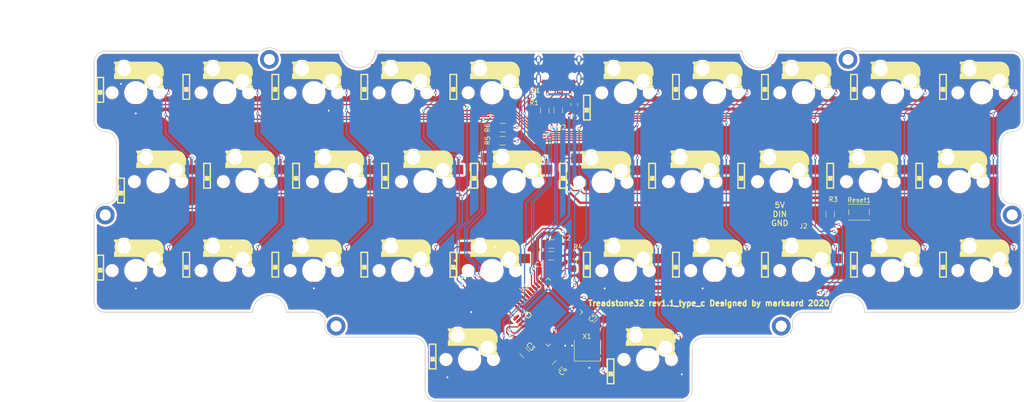
<source format=kicad_pcb>
(kicad_pcb (version 20171130) (host pcbnew "(5.1.2-1)-1")
  (title_block (title Treadstone32) (date 2019-06-12) (rev 1.1) (company marksard))
  (layers (0 F.Cu signal) (31 B.Cu signal) (34 B.Paste user) (35 F.Paste user) (36 B.SilkS user) (37 F.SilkS user) (38 B.Mask user) (39 F.Mask user) (44 Edge.Cuts user))
  (net 0 "")
  (net 1 VCC)
  (net 2 GND)
  (net 3 LED)
  (net 4 row4)
  (net 5 "Net-(C3-Pad2)")
  (net 6 "Net-(C4-Pad1)")
  (net 7 "Net-(C5-Pad1)")
  (net 8 row0)
  (net 9 "Net-(D1-Pad2)")
  (net 10 "Net-(D2-Pad2)")
  (net 11 row1)
  (net 12 row2)
  (net 13 "Net-(D3-Pad2)")
  (net 14 "Net-(D4-Pad2)")
  (net 15 "Net-(D5-Pad2)")
  (net 16 "Net-(D6-Pad2)")
  (net 17 "Net-(D7-Pad2)")
  (net 18 "Net-(D8-Pad2)")
  (net 19 "Net-(D9-Pad2)")
  (net 20 "Net-(D10-Pad2)")
  (net 21 "Net-(D11-Pad2)")
  (net 22 "Net-(D12-Pad2)")
  (net 23 "Net-(D13-Pad2)")
  (net 24 "Net-(D14-Pad2)")
  (net 25 "Net-(D15-Pad2)")
  (net 26 row3)
  (net 27 "Net-(D16-Pad2)")
  (net 28 "Net-(D17-Pad2)")
  (net 29 "Net-(D18-Pad2)")
  (net 30 row5)
  (net 31 "Net-(D19-Pad2)")
  (net 32 row6)
  (net 33 "Net-(D20-Pad2)")
  (net 34 row7)
  (net 35 "Net-(D21-Pad2)")
  (net 36 "Net-(D22-Pad2)")
  (net 37 "Net-(D23-Pad2)")
  (net 38 "Net-(D24-Pad2)")
  (net 39 "Net-(D25-Pad2)")
  (net 40 "Net-(D26-Pad2)")
  (net 41 "Net-(D27-Pad2)")
  (net 42 "Net-(D28-Pad2)")
  (net 43 "Net-(D29-Pad2)")
  (net 44 "Net-(D30-Pad2)")
  (net 45 "Net-(D31-Pad2)")
  (net 46 "Net-(D32-Pad2)")
  (net 47 "Net-(J1-Pad3)")
  (net 48 "Net-(R1-Pad2)")
  (net 49 "Net-(R2-Pad2)")
  (net 50 "Net-(R3-Pad2)")
  (net 51 "Net-(R4-Pad1)")
  (net 52 col0)
  (net 53 col1)
  (net 54 col2)
  (net 55 col3)
  (net 56 col4)
  (net 57 "Net-(F1-Pad1)")
  (net 58 "Net-(J1-Pad6)")
  (net 59 "Net-(J1-Pad5)")
  (net 60 "Net-(U1-Pad8)")
  (net 61 "Net-(U1-Pad9)")
  (net 62 "Net-(U1-Pad11)")
  (net 63 "Net-(U1-Pad12)")
  (net 64 "Net-(U1-Pad18)")
  (net 65 "Net-(U1-Pad19)")
  (net 66 "Net-(U1-Pad20)")
  (net 67 "Net-(U1-Pad22)")
  (net 68 "Net-(U1-Pad29)")
  (net 69 "Net-(U1-Pad30)")
  (net 70 "Net-(U1-Pad31)")
  (net 71 "Net-(U1-Pad42)")
  (net 72 CC2)
  (net 73 CC1)
  (net 74 "Net-(J1-Pad9)")
  (module kbd:CherryMX_Hotswap_front (layer F.Cu) (at 214.8437 67.20232)
    (fp_text reference SW17 hide)
    (fp_text value SW_PUSH hide)
    (pad "" np_thru_hole circle (at -5.08 0) (size 1.8 1.8) (drill 1.8) (layers *.Cu *.Mask F.SilkS))
    (pad "" np_thru_hole circle (at 5.08 0) (size 1.8 1.8) (drill 1.8) (layers *.Cu *.Mask F.SilkS))
    (pad "" np_thru_hole circle (at 0 0 90) (size 4 4) (drill 4) (layers *.Cu *.Mask F.SilkS))
    (pad "" np_thru_hole circle (at 3.81 -2.54 180) (size 3 3) (drill 3) (layers *.Cu *.Mask))
    (pad "" np_thru_hole circle (at -2.54 -5.08 180) (size 3 3) (drill 3) (layers *.Cu *.Mask))
    (pad 2 smd rect (at -5.7 -5.12 180) (size 2.3 2) (layers F.Cu F.Paste F.Mask) (net 28 "Net-(D17-Pad2)"))
    (pad 1 smd rect (at 7 -2.58 180) (size 2.3 2) (layers F.Cu F.Paste F.Mask) (net 52 col0))
  )
  (module Resistor_SMD:R_1206_3216Metric_Pad1.42x1.75mm_HandSolder (layer F.Cu) (at 188.55986 74.679 180)
    (fp_text reference R6 (at 3.26 -0.04 90) (layer F.SilkS))
    (fp_text value 5.1k)
    (pad 2 smd roundrect (at 1.4875 0 180) (size 1.425 1.75) (layers F.Cu F.Paste F.Mask) (roundrect_rratio 0.175439) (net 2 GND))
    (pad 1 smd roundrect (at -1.4875 0 180) (size 1.425 1.75) (layers F.Cu F.Paste F.Mask) (roundrect_rratio 0.175439) (net 72 CC2))
  )
  (module Resistor_SMD:R_1206_3216Metric_Pad1.42x1.75mm_HandSolder (layer F.Cu) (at 188.57986 77.479 180)
    (fp_text reference R5 (at 3.24 0.05 90) (layer F.SilkS))
    (fp_text value 5.1k)
    (pad 2 smd roundrect (at 1.4875 0 180) (size 1.425 1.75) (layers F.Cu F.Paste F.Mask) (roundrect_rratio 0.175439) (net 2 GND))
    (pad 1 smd roundrect (at -1.4875 0 180) (size 1.425 1.75) (layers F.Cu F.Paste F.Mask) (roundrect_rratio 0.175439) (net 73 CC1))
  )
  (module Type-C:HRO-TYPE-C-31-M-12-HandSoldering (layer F.Cu) (at 200.55584 57.429 180)
    (fp_text reference J1 (at 4.76598 -9.28) (layer F.SilkS))
    (fp_text value HRO-TYPE-C-31-M-12)
    (pad 12 smd rect (at 3.225 -8.195 180) (size 0.6 2.45) (layers F.Cu F.Paste F.Mask) (net 2 GND))
    (pad 1 smd rect (at -3.225 -8.195 180) (size 0.6 2.45) (layers F.Cu F.Paste F.Mask) (net 2 GND))
    (pad 11 smd rect (at 2.45 -8.195 180) (size 0.6 2.45) (layers F.Cu F.Paste F.Mask) (net 57 "Net-(F1-Pad1)"))
    (pad 2 smd rect (at -2.45 -8.195 180) (size 0.6 2.45) (layers F.Cu F.Paste F.Mask) (net 57 "Net-(F1-Pad1)"))
    (pad 3 smd rect (at -1.75 -8.195 180) (size 0.3 2.45) (layers F.Cu F.Paste F.Mask) (net 47 "Net-(J1-Pad3)"))
    (pad 10 smd rect (at 1.75 -8.195 180) (size 0.3 2.45) (layers F.Cu F.Paste F.Mask) (net 72 CC2))
    (pad 4 smd rect (at -1.25 -8.195 180) (size 0.3 2.45) (layers F.Cu F.Paste F.Mask) (net 73 CC1))
    (pad 9 smd rect (at 1.25 -8.195 180) (size 0.3 2.45) (layers F.Cu F.Paste F.Mask) (net 74 "Net-(J1-Pad9)"))
    (pad 5 smd rect (at -0.75 -8.195 180) (size 0.3 2.45) (layers F.Cu F.Paste F.Mask) (net 59 "Net-(J1-Pad5)"))
    (pad 8 smd rect (at 0.75 -8.195 180) (size 0.3 2.45) (layers F.Cu F.Paste F.Mask) (net 58 "Net-(J1-Pad6)"))
    (pad 7 smd rect (at 0.25 -8.195 180) (size 0.3 2.45) (layers F.Cu F.Paste F.Mask) (net 59 "Net-(J1-Pad5)"))
    (pad 6 smd rect (at -0.25 -8.195 180) (size 0.3 2.45) (layers F.Cu F.Paste F.Mask) (net 58 "Net-(J1-Pad6)"))
    (pad "" np_thru_hole circle (at 2.89 -6.25 180) (size 0.65 0.65) (drill 0.65) (layers *.Cu *.Mask))
    (pad "" np_thru_hole circle (at -2.89 -6.25 180) (size 0.65 0.65) (drill 0.65) (layers *.Cu *.Mask))
    (pad 13 thru_hole oval (at -4.32 -6.78 180) (size 1 2.1) (drill oval 0.6 1.7) (layers *.Cu B.Mask) (net 2 GND))
    (pad 13 thru_hole oval (at 4.32 -6.78 180) (size 1 2.1) (drill oval 0.6 1.7) (layers *.Cu B.Mask) (net 2 GND))
    (pad 13 thru_hole oval (at -4.32 -2.6 180) (size 1 1.6) (drill oval 0.6 1.2) (layers *.Cu B.Mask) (net 2 GND))
    (pad 13 thru_hole oval (at 4.32 -2.6 180) (size 1 1.6) (drill oval 0.6 1.2) (layers *.Cu B.Mask) (net 2 GND))
  )
  (module kbd:CherryMX_Hotswap_front (layer F.Cu) (at 110.06606 105.30328)
    (fp_text reference SW3 hide)
    (fp_text value SW_PUSH hide)
    (pad "" np_thru_hole circle (at -5.08 0) (size 1.8 1.8) (drill 1.8) (layers *.Cu *.Mask F.SilkS))
    (pad "" np_thru_hole circle (at 5.08 0) (size 1.8 1.8) (drill 1.8) (layers *.Cu *.Mask F.SilkS))
    (pad "" np_thru_hole circle (at 0 0 90) (size 4 4) (drill 4) (layers *.Cu *.Mask F.SilkS))
    (pad "" np_thru_hole circle (at 3.81 -2.54 180) (size 3 3) (drill 3) (layers *.Cu *.Mask))
    (pad "" np_thru_hole circle (at -2.54 -5.08 180) (size 3 3) (drill 3) (layers *.Cu *.Mask))
    (pad 2 smd rect (at -5.7 -5.12 180) (size 2.3 2) (layers F.Cu F.Paste F.Mask) (net 13 "Net-(D3-Pad2)"))
    (pad 1 smd rect (at 7 -2.58 180) (size 2.3 2) (layers F.Cu F.Paste F.Mask) (net 52 col0))
  )
  (module kbd:CherryMX_Hotswap_front (layer F.Cu) (at 171.98012 86.2528)
    (fp_text reference SW11 hide)
    (fp_text value SW_PUSH hide)
    (pad "" np_thru_hole circle (at -5.08 0) (size 1.8 1.8) (drill 1.8) (layers *.Cu *.Mask F.SilkS))
    (pad "" np_thru_hole circle (at 5.08 0) (size 1.8 1.8) (drill 1.8) (layers *.Cu *.Mask F.SilkS))
    (pad "" np_thru_hole circle (at 0 0 90) (size 4 4) (drill 4) (layers *.Cu *.Mask F.SilkS))
    (pad "" np_thru_hole circle (at 3.81 -2.54 180) (size 3 3) (drill 3) (layers *.Cu *.Mask))
    (pad "" np_thru_hole circle (at -2.54 -5.08 180) (size 3 3) (drill 3) (layers *.Cu *.Mask))
    (pad 2 smd rect (at -5.7 -5.12 180) (size 2.3 2) (layers F.Cu F.Paste F.Mask) (net 21 "Net-(D11-Pad2)"))
    (pad 1 smd rect (at 7 -2.58 180) (size 2.3 2) (layers F.Cu F.Paste F.Mask) (net 55 col3))
  )
  (module kbd:CherryMX_Hotswap_front (layer F.Cu) (at 152.92964 86.2528)
    (fp_text reference SW8 hide)
    (fp_text value SW_PUSH hide)
    (pad 1 smd rect (at 7 -2.58 180) (size 2.3 2) (layers F.Cu F.Paste F.Mask) (net 54 col2))
    (pad 2 smd rect (at -5.7 -5.12 180) (size 2.3 2) (layers F.Cu F.Paste F.Mask) (net 18 "Net-(D8-Pad2)"))
    (pad "" np_thru_hole circle (at -2.54 -5.08 180) (size 3 3) (drill 3) (layers *.Cu *.Mask))
    (pad "" np_thru_hole circle (at 3.81 -2.54 180) (size 3 3) (drill 3) (layers *.Cu *.Mask))
    (pad "" np_thru_hole circle (at 0 0 90) (size 4 4) (drill 4) (layers *.Cu *.Mask F.SilkS))
    (pad "" np_thru_hole circle (at 5.08 0) (size 1.8 1.8) (drill 1.8) (layers *.Cu *.Mask F.SilkS))
    (pad "" np_thru_hole circle (at -5.08 0) (size 1.8 1.8) (drill 1.8) (layers *.Cu *.Mask F.SilkS))
  )
  (module kbd:CherryMX_Hotswap_front (layer F.Cu) (at 267.23252 86.2528)
    (fp_text reference SW28 hide)
    (fp_text value SW_PUSH hide)
    (pad "" np_thru_hole circle (at -5.08 0) (size 1.8 1.8) (drill 1.8) (layers *.Cu *.Mask F.SilkS))
    (pad "" np_thru_hole circle (at 5.08 0) (size 1.8 1.8) (drill 1.8) (layers *.Cu *.Mask F.SilkS))
    (pad "" np_thru_hole circle (at 0 0 90) (size 4 4) (drill 4) (layers *.Cu *.Mask F.SilkS))
    (pad "" np_thru_hole circle (at 3.81 -2.54 180) (size 3 3) (drill 3) (layers *.Cu *.Mask))
    (pad "" np_thru_hole circle (at -2.54 -5.08 180) (size 3 3) (drill 3) (layers *.Cu *.Mask))
    (pad 2 smd rect (at -5.7 -5.12 180) (size 2.3 2) (layers F.Cu F.Paste F.Mask) (net 42 "Net-(D28-Pad2)"))
    (pad 1 smd rect (at 7 -2.58 180) (size 2.3 2) (layers F.Cu F.Paste F.Mask) (net 55 col3))
  )
  (module kbd:CherryMX_Hotswap_front (layer F.Cu) (at 114.82868 86.2528)
    (fp_text reference SW2 hide)
    (fp_text value SW_PUSH hide)
    (pad 1 smd rect (at 7 -2.58 180) (size 2.3 2) (layers F.Cu F.Paste F.Mask) (net 52 col0))
    (pad 2 smd rect (at -5.7 -5.12 180) (size 2.3 2) (layers F.Cu F.Paste F.Mask) (net 10 "Net-(D2-Pad2)"))
    (pad "" np_thru_hole circle (at -2.54 -5.08 180) (size 3 3) (drill 3) (layers *.Cu *.Mask))
    (pad "" np_thru_hole circle (at 3.81 -2.54 180) (size 3 3) (drill 3) (layers *.Cu *.Mask))
    (pad "" np_thru_hole circle (at 0 0 90) (size 4 4) (drill 4) (layers *.Cu *.Mask F.SilkS))
    (pad "" np_thru_hole circle (at 5.08 0) (size 1.8 1.8) (drill 1.8) (layers *.Cu *.Mask F.SilkS))
    (pad "" np_thru_hole circle (at -5.08 0) (size 1.8 1.8) (drill 1.8) (layers *.Cu *.Mask F.SilkS))
  )
  (module kbd:CherryMX_Hotswap_front (layer F.Cu) (at 129.11654 67.20232)
    (fp_text reference SW4 hide)
    (fp_text value SW_PUSH hide)
    (pad "" np_thru_hole circle (at -5.08 0) (size 1.8 1.8) (drill 1.8) (layers *.Cu *.Mask F.SilkS))
    (pad "" np_thru_hole circle (at 5.08 0) (size 1.8 1.8) (drill 1.8) (layers *.Cu *.Mask F.SilkS))
    (pad "" np_thru_hole circle (at 0 0 90) (size 4 4) (drill 4) (layers *.Cu *.Mask F.SilkS))
    (pad "" np_thru_hole circle (at 3.81 -2.54 180) (size 3 3) (drill 3) (layers *.Cu *.Mask))
    (pad "" np_thru_hole circle (at -2.54 -5.08 180) (size 3 3) (drill 3) (layers *.Cu *.Mask))
    (pad 2 smd rect (at -5.7 -5.12 180) (size 2.3 2) (layers F.Cu F.Paste F.Mask) (net 14 "Net-(D4-Pad2)"))
    (pad 1 smd rect (at 7 -2.58 180) (size 2.3 2) (layers F.Cu F.Paste F.Mask) (net 53 col1))
  )
  (module Package_QFP:TQFP-44_10x10mm_P0.8mm (layer F.Cu) (at 198.32986 114.194 45)
    (fp_text reference U1 (at 0 -7.45 45) (layer F.SilkS))
    (fp_text value ATMEGA32U4)
    (pad 1 smd rect (at -5.7 -4 45) (size 1.5 0.55) (layers F.Cu F.Paste F.Mask) (net 12 row2))
    (pad 2 smd rect (at -5.7 -3.2 45) (size 1.5 0.55) (layers F.Cu F.Paste F.Mask) (net 1 VCC))
    (pad 3 smd rect (at -5.7 -2.4 45) (size 1.5 0.55) (layers F.Cu F.Paste F.Mask) (net 49 "Net-(R2-Pad2)"))
    (pad 4 smd rect (at -5.7 -1.6 45) (size 1.5 0.55) (layers F.Cu F.Paste F.Mask) (net 48 "Net-(R1-Pad2)"))
    (pad 5 smd rect (at -5.7 -0.8 45) (size 1.5 0.55) (layers F.Cu F.Paste F.Mask) (net 2 GND))
    (pad 6 smd rect (at -5.7 0 45) (size 1.5 0.55) (layers F.Cu F.Paste F.Mask) (net 5 "Net-(C3-Pad2)"))
    (pad 7 smd rect (at -5.7 0.8 45) (size 1.5 0.55) (layers F.Cu F.Paste F.Mask) (net 1 VCC))
    (pad 8 smd rect (at -5.7 1.6 45) (size 1.5 0.55) (layers F.Cu F.Paste F.Mask) (net 60 "Net-(U1-Pad8)"))
    (pad 9 smd rect (at -5.7 2.4 45) (size 1.5 0.55) (layers F.Cu F.Paste F.Mask) (net 61 "Net-(U1-Pad9)"))
    (pad 10 smd rect (at -5.7 3.2 45) (size 1.5 0.55) (layers F.Cu F.Paste F.Mask) (net 26 row3))
    (pad 11 smd rect (at -5.7 4 45) (size 1.5 0.55) (layers F.Cu F.Paste F.Mask) (net 62 "Net-(U1-Pad11)"))
    (pad 12 smd rect (at -4 5.7 135) (size 1.5 0.55) (layers F.Cu F.Paste F.Mask) (net 63 "Net-(U1-Pad12)"))
    (pad 13 smd rect (at -3.2 5.7 135) (size 1.5 0.55) (layers F.Cu F.Paste F.Mask) (net 50 "Net-(R3-Pad2)"))
    (pad 14 smd rect (at -2.4 5.7 135) (size 1.5 0.55) (layers F.Cu F.Paste F.Mask) (net 1 VCC))
    (pad 15 smd rect (at -1.6 5.7 135) (size 1.5 0.55) (layers F.Cu F.Paste F.Mask) (net 2 GND))
    (pad 16 smd rect (at -0.8 5.7 135) (size 1.5 0.55) (layers F.Cu F.Paste F.Mask) (net 6 "Net-(C4-Pad1)"))
    (pad 17 smd rect (at 0 5.7 135) (size 1.5 0.55) (layers F.Cu F.Paste F.Mask) (net 7 "Net-(C5-Pad1)"))
    (pad 18 smd rect (at 0.8 5.7 135) (size 1.5 0.55) (layers F.Cu F.Paste F.Mask) (net 64 "Net-(U1-Pad18)"))
    (pad 19 smd rect (at 1.6 5.7 135) (size 1.5 0.55) (layers F.Cu F.Paste F.Mask) (net 65 "Net-(U1-Pad19)"))
    (pad 20 smd rect (at 2.4 5.7 135) (size 1.5 0.55) (layers F.Cu F.Paste F.Mask) (net 66 "Net-(U1-Pad20)"))
    (pad 21 smd rect (at 3.2 5.7 135) (size 1.5 0.55) (layers F.Cu F.Paste F.Mask) (net 3 LED))
    (pad 22 smd rect (at 4 5.7 135) (size 1.5 0.55) (layers F.Cu F.Paste F.Mask) (net 67 "Net-(U1-Pad22)"))
    (pad 23 smd rect (at 5.7 4 45) (size 1.5 0.55) (layers F.Cu F.Paste F.Mask) (net 2 GND))
    (pad 24 smd rect (at 5.7 3.2 45) (size 1.5 0.55) (layers F.Cu F.Paste F.Mask) (net 1 VCC))
    (pad 25 smd rect (at 5.7 2.4 45) (size 1.5 0.55) (layers F.Cu F.Paste F.Mask) (net 34 row7))
    (pad 26 smd rect (at 5.7 1.6 45) (size 1.5 0.55) (layers F.Cu F.Paste F.Mask) (net 32 row6))
    (pad 27 smd rect (at 5.7 0.8 45) (size 1.5 0.55) (layers F.Cu F.Paste F.Mask) (net 30 row5))
    (pad 28 smd rect (at 5.7 0 45) (size 1.5 0.55) (layers F.Cu F.Paste F.Mask) (net 4 row4))
    (pad 29 smd rect (at 5.7 -0.8 45) (size 1.5 0.55) (layers F.Cu F.Paste F.Mask) (net 68 "Net-(U1-Pad29)"))
    (pad 30 smd rect (at 5.7 -1.6 45) (size 1.5 0.55) (layers F.Cu F.Paste F.Mask) (net 69 "Net-(U1-Pad30)"))
    (pad 31 smd rect (at 5.7 -2.4 45) (size 1.5 0.55) (layers F.Cu F.Paste F.Mask) (net 70 "Net-(U1-Pad31)"))
    (pad 32 smd rect (at 5.7 -3.2 45) (size 1.5 0.55) (layers F.Cu F.Paste F.Mask) (net 56 col4))
    (pad 33 smd rect (at 5.7 -4 45) (size 1.5 0.55) (layers F.Cu F.Paste F.Mask) (net 51 "Net-(R4-Pad1)"))
    (pad 34 smd rect (at 4 -5.7 135) (size 1.5 0.55) (layers F.Cu F.Paste F.Mask) (net 1 VCC))
    (pad 35 smd rect (at 3.2 -5.7 135) (size 1.5 0.55) (layers F.Cu F.Paste F.Mask) (net 2 GND))
    (pad 36 smd rect (at 2.4 -5.7 135) (size 1.5 0.55) (layers F.Cu F.Paste F.Mask) (net 55 col3))
    (pad 37 smd rect (at 1.6 -5.7 135) (size 1.5 0.55) (layers F.Cu F.Paste F.Mask) (net 54 col2))
    (pad 38 smd rect (at 0.8 -5.7 135) (size 1.5 0.55) (layers F.Cu F.Paste F.Mask) (net 53 col1))
    (pad 39 smd rect (at 0 -5.7 135) (size 1.5 0.55) (layers F.Cu F.Paste F.Mask) (net 52 col0))
    (pad 40 smd rect (at -0.8 -5.7 135) (size 1.5 0.55) (layers F.Cu F.Paste F.Mask) (net 8 row0))
    (pad 41 smd rect (at -1.6 -5.7 135) (size 1.5 0.55) (layers F.Cu F.Paste F.Mask) (net 11 row1))
    (pad 42 smd rect (at -2.4 -5.7 135) (size 1.5 0.55) (layers F.Cu F.Paste F.Mask) (net 71 "Net-(U1-Pad42)"))
    (pad 43 smd rect (at -3.2 -5.7 135) (size 1.5 0.55) (layers F.Cu F.Paste F.Mask) (net 2 GND))
    (pad 44 smd rect (at -4 -5.7 135) (size 1.5 0.55) (layers F.Cu F.Paste F.Mask) (net 1 VCC))
  )
  (module kbd:CherryMX_Hotswap_front (layer F.Cu) (at 219.60632 124.35376)
    (fp_text reference SW20 hide)
    (fp_text value SW_PUSH hide)
    (pad 1 smd rect (at 7 -2.58 180) (size 2.3 2) (layers F.Cu F.Paste F.Mask) (net 52 col0))
    (pad 2 smd rect (at -5.7 -5.12 180) (size 2.3 2) (layers F.Cu F.Paste F.Mask) (net 33 "Net-(D20-Pad2)"))
    (pad "" np_thru_hole circle (at -2.54 -5.08 180) (size 3 3) (drill 3) (layers *.Cu *.Mask))
    (pad "" np_thru_hole circle (at 3.81 -2.54 180) (size 3 3) (drill 3) (layers *.Cu *.Mask))
    (pad "" np_thru_hole circle (at 0 0 90) (size 4 4) (drill 4) (layers *.Cu *.Mask F.SilkS))
    (pad "" np_thru_hole circle (at 5.08 0) (size 1.8 1.8) (drill 1.8) (layers *.Cu *.Mask F.SilkS))
    (pad "" np_thru_hole circle (at -5.08 0) (size 1.8 1.8) (drill 1.8) (layers *.Cu *.Mask F.SilkS))
  )
  (module Button_Switch_SMD:SW_SPST_PTS810 (layer F.Cu) (at 264.83486 92.799)
    (fp_text reference Reset1 (at 0 -2.6) (layer F.SilkS))
    (fp_text value Reset)
    (pad 1 smd rect (at -2.075 -1.075) (size 1.05 0.65) (layers F.Cu F.Paste F.Mask) (net 2 GND))
    (pad 1 smd rect (at 2.075 -1.075) (size 1.05 0.65) (layers F.Cu F.Paste F.Mask) (net 2 GND))
    (pad 2 smd rect (at -2.075 1.075) (size 1.05 0.65) (layers F.Cu F.Paste F.Mask) (net 50 "Net-(R3-Pad2)"))
    (pad 2 smd rect (at 2.075 1.075) (size 1.05 0.65) (layers F.Cu F.Paste F.Mask) (net 50 "Net-(R3-Pad2)"))
  )
  (module kbd:StripLED_front (layer F.Cu) (at 250.83383 95.84238 180)
    (fp_text reference J2 (at -2.10603 0.06338) (layer F.SilkS))
    (fp_text value Conn_01x03 hide)
    (pad 1 smd rect (at 0 0 180) (size 1.524 1.524) (layers F.Cu F.Paste F.Mask) (net 2 GND))
    (pad 2 smd rect (at 0 2.54 180) (size 1.524 1.524) (layers F.Cu F.Paste F.Mask) (net 3 LED))
    (pad 3 smd rect (at 0 5.08 180) (size 1.524 1.524) (layers F.Cu F.Paste F.Mask) (net 1 VCC))
  )
  (module Capacitor_SMD:C_1206_3216Metric_Pad1.42x1.75mm_HandSolder (layer F.Cu) (at 199.03486 99.589)
    (fp_text reference C2 (at 3.105 -1.27) (layer F.SilkS))
    (fp_text value 1uF)
    (pad 1 smd roundrect (at -1.4875 0) (size 1.425 1.75) (layers F.Cu F.Paste F.Mask) (roundrect_rratio 0.175439) (net 1 VCC))
    (pad 2 smd roundrect (at 1.4875 0) (size 1.425 1.75) (layers F.Cu F.Paste F.Mask) (roundrect_rratio 0.175439) (net 2 GND))
  )
  (module Capacitor_SMD:C_1206_3216Metric_Pad1.42x1.75mm_HandSolder (layer F.Cu) (at 198.96486 102.129)
    (fp_text reference C1 (at -2.54 1.905) (layer F.SilkS))
    (fp_text value 0.1uF)
    (pad 1 smd roundrect (at -1.4875 0) (size 1.425 1.75) (layers F.Cu F.Paste F.Mask) (roundrect_rratio 0.175439) (net 1 VCC))
    (pad 2 smd roundrect (at 1.4875 0) (size 1.425 1.75) (layers F.Cu F.Paste F.Mask) (roundrect_rratio 0.175439) (net 2 GND))
  )
  (module Capacitor_SMD:C_1206_3216Metric_Pad1.42x1.75mm_HandSolder (layer F.Cu) (at 193.24986 122.8665 315)
    (fp_text reference C3 (at 0 -1.82 315) (layer F.SilkS))
    (fp_text value 1uF)
    (pad 1 smd roundrect (at -1.4875 0 315) (size 1.425 1.75) (layers F.Cu F.Paste F.Mask) (roundrect_rratio 0.175439) (net 2 GND))
    (pad 2 smd roundrect (at 1.4875 0 315) (size 1.425 1.75) (layers F.Cu F.Paste F.Mask) (roundrect_rratio 0.175439) (net 5 "Net-(C3-Pad2)"))
  )
  (module Capacitor_SMD:C_1206_3216Metric_Pad1.42x1.75mm_HandSolder (layer F.Cu) (at 200.23486 125.624 225)
    (fp_text reference C4 (at 0 -1.82 225) (layer F.SilkS))
    (fp_text value 22pF)
    (pad 2 smd roundrect (at 1.4875 0 225) (size 1.425 1.75) (layers F.Cu F.Paste F.Mask) (roundrect_rratio 0.175439) (net 2 GND))
    (pad 1 smd roundrect (at -1.4875 0 225) (size 1.425 1.75) (layers F.Cu F.Paste F.Mask) (roundrect_rratio 0.175439) (net 6 "Net-(C4-Pad1)"))
  )
  (module Capacitor_SMD:C_1206_3216Metric_Pad1.42x1.75mm_HandSolder (layer F.Cu) (at 209.12486 116.734 45)
    (fp_text reference C5 (at 0 -1.82 45) (layer F.SilkS))
    (fp_text value 22pF)
    (pad 1 smd roundrect (at -1.4875 0 45) (size 1.425 1.75) (layers F.Cu F.Paste F.Mask) (roundrect_rratio 0.175439) (net 7 "Net-(C5-Pad1)"))
    (pad 2 smd roundrect (at 1.4875 0 45) (size 1.425 1.75) (layers F.Cu F.Paste F.Mask) (roundrect_rratio 0.175439) (net 2 GND))
  )
  (module Resistor_SMD:R_1206_3216Metric_Pad1.42x1.75mm_HandSolder (layer F.Cu) (at 258.65486 93.239 270)
    (fp_text reference R3 (at -3.175 -0.635) (layer F.SilkS))
    (fp_text value 10k)
    (pad 2 smd roundrect (at 1.4875 0 270) (size 1.425 1.75) (layers F.Cu F.Paste F.Mask) (roundrect_rratio 0.175439) (net 50 "Net-(R3-Pad2)"))
    (pad 1 smd roundrect (at -1.4875 0 270) (size 1.425 1.75) (layers F.Cu F.Paste F.Mask) (roundrect_rratio 0.175439) (net 1 VCC))
  )
  (module Resistor_SMD:R_1206_3216Metric_Pad1.42x1.75mm_HandSolder (layer F.Cu) (at 203.43986 103.3915 90)
    (fp_text reference R4 (at 3.1675 1.24 180) (layer F.SilkS))
    (fp_text value 10k)
    (pad 1 smd roundrect (at -1.4875 0 90) (size 1.425 1.75) (layers F.Cu F.Paste F.Mask) (roundrect_rratio 0.175439) (net 51 "Net-(R4-Pad1)"))
    (pad 2 smd roundrect (at 1.4875 0 90) (size 1.425 1.75) (layers F.Cu F.Paste F.Mask) (roundrect_rratio 0.175439) (net 2 GND))
  )
  (module kbd:CherryMX_Hotswap_front (layer F.Cu) (at 110.06606 67.20232)
    (fp_text reference SW1 hide)
    (fp_text value SW_PUSH hide)
    (pad 1 smd rect (at 7 -2.58 180) (size 2.3 2) (layers F.Cu F.Paste F.Mask) (net 52 col0))
    (pad 2 smd rect (at -5.7 -5.12 180) (size 2.3 2) (layers F.Cu F.Paste F.Mask) (net 9 "Net-(D1-Pad2)"))
    (pad "" np_thru_hole circle (at -2.54 -5.08 180) (size 3 3) (drill 3) (layers *.Cu *.Mask))
    (pad "" np_thru_hole circle (at 3.81 -2.54 180) (size 3 3) (drill 3) (layers *.Cu *.Mask))
    (pad "" np_thru_hole circle (at 0 0 90) (size 4 4) (drill 4) (layers *.Cu *.Mask F.SilkS))
    (pad "" np_thru_hole circle (at 5.08 0) (size 1.8 1.8) (drill 1.8) (layers *.Cu *.Mask F.SilkS))
    (pad "" np_thru_hole circle (at -5.08 0) (size 1.8 1.8) (drill 1.8) (layers *.Cu *.Mask F.SilkS))
  )
  (module kbd:CherryMX_Hotswap_front (layer F.Cu) (at 133.87916 86.2528)
    (fp_text reference SW5 hide)
    (fp_text value SW_PUSH hide)
    (pad "" np_thru_hole circle (at -5.08 0) (size 1.8 1.8) (drill 1.8) (layers *.Cu *.Mask F.SilkS))
    (pad "" np_thru_hole circle (at 5.08 0) (size 1.8 1.8) (drill 1.8) (layers *.Cu *.Mask F.SilkS))
    (pad "" np_thru_hole circle (at 0 0 90) (size 4 4) (drill 4) (layers *.Cu *.Mask F.SilkS))
    (pad "" np_thru_hole circle (at 3.81 -2.54 180) (size 3 3) (drill 3) (layers *.Cu *.Mask))
    (pad "" np_thru_hole circle (at -2.54 -5.08 180) (size 3 3) (drill 3) (layers *.Cu *.Mask))
    (pad 2 smd rect (at -5.7 -5.12 180) (size 2.3 2) (layers F.Cu F.Paste F.Mask) (net 15 "Net-(D5-Pad2)"))
    (pad 1 smd rect (at 7 -2.58 180) (size 2.3 2) (layers F.Cu F.Paste F.Mask) (net 53 col1))
  )
  (module kbd:CherryMX_Hotswap_front (layer F.Cu) (at 129.11654 105.30328)
    (fp_text reference SW6 hide)
    (fp_text value SW_PUSH hide)
    (pad 1 smd rect (at 7 -2.58 180) (size 2.3 2) (layers F.Cu F.Paste F.Mask) (net 53 col1))
    (pad 2 smd rect (at -5.7 -5.12 180) (size 2.3 2) (layers F.Cu F.Paste F.Mask) (net 16 "Net-(D6-Pad2)"))
    (pad "" np_thru_hole circle (at -2.54 -5.08 180) (size 3 3) (drill 3) (layers *.Cu *.Mask))
    (pad "" np_thru_hole circle (at 3.81 -2.54 180) (size 3 3) (drill 3) (layers *.Cu *.Mask))
    (pad "" np_thru_hole circle (at 0 0 90) (size 4 4) (drill 4) (layers *.Cu *.Mask F.SilkS))
    (pad "" np_thru_hole circle (at 5.08 0) (size 1.8 1.8) (drill 1.8) (layers *.Cu *.Mask F.SilkS))
    (pad "" np_thru_hole circle (at -5.08 0) (size 1.8 1.8) (drill 1.8) (layers *.Cu *.Mask F.SilkS))
  )
  (module kbd:CherryMX_Hotswap_front (layer F.Cu) (at 148.16702 67.20232)
    (fp_text reference SW7 hide)
    (fp_text value SW_PUSH hide)
    (pad 1 smd rect (at 7 -2.58 180) (size 2.3 2) (layers F.Cu F.Paste F.Mask) (net 54 col2))
    (pad 2 smd rect (at -5.7 -5.12 180) (size 2.3 2) (layers F.Cu F.Paste F.Mask) (net 17 "Net-(D7-Pad2)"))
    (pad "" np_thru_hole circle (at -2.54 -5.08 180) (size 3 3) (drill 3) (layers *.Cu *.Mask))
    (pad "" np_thru_hole circle (at 3.81 -2.54 180) (size 3 3) (drill 3) (layers *.Cu *.Mask))
    (pad "" np_thru_hole circle (at 0 0 90) (size 4 4) (drill 4) (layers *.Cu *.Mask F.SilkS))
    (pad "" np_thru_hole circle (at 5.08 0) (size 1.8 1.8) (drill 1.8) (layers *.Cu *.Mask F.SilkS))
    (pad "" np_thru_hole circle (at -5.08 0) (size 1.8 1.8) (drill 1.8) (layers *.Cu *.Mask F.SilkS))
  )
  (module kbd:CherryMX_Hotswap_front (layer F.Cu) (at 148.16702 105.30328)
    (fp_text reference SW9 hide)
    (fp_text value SW_PUSH hide)
    (pad "" np_thru_hole circle (at -5.08 0) (size 1.8 1.8) (drill 1.8) (layers *.Cu *.Mask F.SilkS))
    (pad "" np_thru_hole circle (at 5.08 0) (size 1.8 1.8) (drill 1.8) (layers *.Cu *.Mask F.SilkS))
    (pad "" np_thru_hole circle (at 0 0 90) (size 4 4) (drill 4) (layers *.Cu *.Mask F.SilkS))
    (pad "" np_thru_hole circle (at 3.81 -2.54 180) (size 3 3) (drill 3) (layers *.Cu *.Mask))
    (pad "" np_thru_hole circle (at -2.54 -5.08 180) (size 3 3) (drill 3) (layers *.Cu *.Mask))
    (pad 2 smd rect (at -5.7 -5.12 180) (size 2.3 2) (layers F.Cu F.Paste F.Mask) (net 19 "Net-(D9-Pad2)"))
    (pad 1 smd rect (at 7 -2.58 180) (size 2.3 2) (layers F.Cu F.Paste F.Mask) (net 54 col2))
  )
  (module kbd:CherryMX_Hotswap_front (layer F.Cu) (at 167.2175 67.20232)
    (fp_text reference SW10 hide)
    (fp_text value SW_PUSH hide)
    (pad "" np_thru_hole circle (at -5.08 0) (size 1.8 1.8) (drill 1.8) (layers *.Cu *.Mask F.SilkS))
    (pad "" np_thru_hole circle (at 5.08 0) (size 1.8 1.8) (drill 1.8) (layers *.Cu *.Mask F.SilkS))
    (pad "" np_thru_hole circle (at 0 0 90) (size 4 4) (drill 4) (layers *.Cu *.Mask F.SilkS))
    (pad "" np_thru_hole circle (at 3.81 -2.54 180) (size 3 3) (drill 3) (layers *.Cu *.Mask))
    (pad "" np_thru_hole circle (at -2.54 -5.08 180) (size 3 3) (drill 3) (layers *.Cu *.Mask))
    (pad 2 smd rect (at -5.7 -5.12 180) (size 2.3 2) (layers F.Cu F.Paste F.Mask) (net 20 "Net-(D10-Pad2)"))
    (pad 1 smd rect (at 7 -2.58 180) (size 2.3 2) (layers F.Cu F.Paste F.Mask) (net 55 col3))
  )
  (module kbd:CherryMX_Hotswap_front (layer F.Cu) (at 167.2175 105.30328)
    (fp_text reference SW12 hide)
    (fp_text value SW_PUSH hide)
    (pad "" np_thru_hole circle (at -5.08 0) (size 1.8 1.8) (drill 1.8) (layers *.Cu *.Mask F.SilkS))
    (pad "" np_thru_hole circle (at 5.08 0) (size 1.8 1.8) (drill 1.8) (layers *.Cu *.Mask F.SilkS))
    (pad "" np_thru_hole circle (at 0 0 90) (size 4 4) (drill 4) (layers *.Cu *.Mask F.SilkS))
    (pad "" np_thru_hole circle (at 3.81 -2.54 180) (size 3 3) (drill 3) (layers *.Cu *.Mask))
    (pad "" np_thru_hole circle (at -2.54 -5.08 180) (size 3 3) (drill 3) (layers *.Cu *.Mask))
    (pad 2 smd rect (at -5.7 -5.12 180) (size 2.3 2) (layers F.Cu F.Paste F.Mask) (net 22 "Net-(D12-Pad2)"))
    (pad 1 smd rect (at 7 -2.58 180) (size 2.3 2) (layers F.Cu F.Paste F.Mask) (net 55 col3))
  )
  (module kbd:CherryMX_Hotswap_front (layer F.Cu) (at 186.26798 67.20232)
    (fp_text reference SW13 hide)
    (fp_text value SW_PUSH hide)
    (pad 1 smd rect (at 7 -2.58 180) (size 2.3 2) (layers F.Cu F.Paste F.Mask) (net 56 col4))
    (pad 2 smd rect (at -5.7 -5.12 180) (size 2.3 2) (layers F.Cu F.Paste F.Mask) (net 23 "Net-(D13-Pad2)"))
    (pad "" np_thru_hole circle (at -2.54 -5.08 180) (size 3 3) (drill 3) (layers *.Cu *.Mask))
    (pad "" np_thru_hole circle (at 3.81 -2.54 180) (size 3 3) (drill 3) (layers *.Cu *.Mask))
    (pad "" np_thru_hole circle (at 0 0 90) (size 4 4) (drill 4) (layers *.Cu *.Mask F.SilkS))
    (pad "" np_thru_hole circle (at 5.08 0) (size 1.8 1.8) (drill 1.8) (layers *.Cu *.Mask F.SilkS))
    (pad "" np_thru_hole circle (at -5.08 0) (size 1.8 1.8) (drill 1.8) (layers *.Cu *.Mask F.SilkS))
  )
  (module kbd:CherryMX_Hotswap_front (layer F.Cu) (at 191.0306 86.2528)
    (fp_text reference SW14 hide)
    (fp_text value SW_PUSH hide)
    (pad 1 smd rect (at 7 -2.58 180) (size 2.3 2) (layers F.Cu F.Paste F.Mask) (net 56 col4))
    (pad 2 smd rect (at -5.7 -5.12 180) (size 2.3 2) (layers F.Cu F.Paste F.Mask) (net 24 "Net-(D14-Pad2)"))
    (pad "" np_thru_hole circle (at -2.54 -5.08 180) (size 3 3) (drill 3) (layers *.Cu *.Mask))
    (pad "" np_thru_hole circle (at 3.81 -2.54 180) (size 3 3) (drill 3) (layers *.Cu *.Mask))
    (pad "" np_thru_hole circle (at 0 0 90) (size 4 4) (drill 4) (layers *.Cu *.Mask F.SilkS))
    (pad "" np_thru_hole circle (at 5.08 0) (size 1.8 1.8) (drill 1.8) (layers *.Cu *.Mask F.SilkS))
    (pad "" np_thru_hole circle (at -5.08 0) (size 1.8 1.8) (drill 1.8) (layers *.Cu *.Mask F.SilkS))
  )
  (module kbd:CherryMX_Hotswap_front (layer F.Cu) (at 186.26798 105.30328)
    (fp_text reference SW15 hide)
    (fp_text value SW_PUSH hide)
    (pad 1 smd rect (at 7 -2.58 180) (size 2.3 2) (layers F.Cu F.Paste F.Mask) (net 56 col4))
    (pad 2 smd rect (at -5.7 -5.12 180) (size 2.3 2) (layers F.Cu F.Paste F.Mask) (net 25 "Net-(D15-Pad2)"))
    (pad "" np_thru_hole circle (at -2.54 -5.08 180) (size 3 3) (drill 3) (layers *.Cu *.Mask))
    (pad "" np_thru_hole circle (at 3.81 -2.54 180) (size 3 3) (drill 3) (layers *.Cu *.Mask))
    (pad "" np_thru_hole circle (at 0 0 90) (size 4 4) (drill 4) (layers *.Cu *.Mask F.SilkS))
    (pad "" np_thru_hole circle (at 5.08 0) (size 1.8 1.8) (drill 1.8) (layers *.Cu *.Mask F.SilkS))
    (pad "" np_thru_hole circle (at -5.08 0) (size 1.8 1.8) (drill 1.8) (layers *.Cu *.Mask F.SilkS))
  )
  (module kbd:CherryMX_Hotswap_front (layer F.Cu) (at 181.50536 124.35376)
    (fp_text reference SW16 hide)
    (fp_text value SW_PUSH hide)
    (pad 1 smd rect (at 7 -2.58 180) (size 2.3 2) (layers F.Cu F.Paste F.Mask) (net 56 col4))
    (pad 2 smd rect (at -5.7 -5.12 180) (size 2.3 2) (layers F.Cu F.Paste F.Mask) (net 27 "Net-(D16-Pad2)"))
    (pad "" np_thru_hole circle (at -2.54 -5.08 180) (size 3 3) (drill 3) (layers *.Cu *.Mask))
    (pad "" np_thru_hole circle (at 3.81 -2.54 180) (size 3 3) (drill 3) (layers *.Cu *.Mask))
    (pad "" np_thru_hole circle (at 0 0 90) (size 4 4) (drill 4) (layers *.Cu *.Mask F.SilkS))
    (pad "" np_thru_hole circle (at 5.08 0) (size 1.8 1.8) (drill 1.8) (layers *.Cu *.Mask F.SilkS))
    (pad "" np_thru_hole circle (at -5.08 0) (size 1.8 1.8) (drill 1.8) (layers *.Cu *.Mask F.SilkS))
  )
  (module kbd:CherryMX_Hotswap_front (layer F.Cu) (at 210.08108 86.382911)
    (fp_text reference SW18 hide)
    (fp_text value SW_PUSH hide)
    (pad "" np_thru_hole circle (at -5.08 0) (size 1.8 1.8) (drill 1.8) (layers *.Cu *.Mask F.SilkS))
    (pad "" np_thru_hole circle (at 5.08 0) (size 1.8 1.8) (drill 1.8) (layers *.Cu *.Mask F.SilkS))
    (pad "" np_thru_hole circle (at 0 0 90) (size 4 4) (drill 4) (layers *.Cu *.Mask F.SilkS))
    (pad "" np_thru_hole circle (at 3.81 -2.54 180) (size 3 3) (drill 3) (layers *.Cu *.Mask))
    (pad "" np_thru_hole circle (at -2.54 -5.08 180) (size 3 3) (drill 3) (layers *.Cu *.Mask))
    (pad 2 smd rect (at -5.7 -5.12 180) (size 2.3 2) (layers F.Cu F.Paste F.Mask) (net 29 "Net-(D18-Pad2)"))
    (pad 1 smd rect (at 7 -2.58 180) (size 2.3 2) (layers F.Cu F.Paste F.Mask) (net 52 col0))
  )
  (module kbd:CherryMX_Hotswap_front (layer F.Cu) (at 214.8437 105.30328)
    (fp_text reference SW19 hide)
    (fp_text value SW_PUSH hide)
    (pad "" np_thru_hole circle (at -5.08 0) (size 1.8 1.8) (drill 1.8) (layers *.Cu *.Mask F.SilkS))
    (pad "" np_thru_hole circle (at 5.08 0) (size 1.8 1.8) (drill 1.8) (layers *.Cu *.Mask F.SilkS))
    (pad "" np_thru_hole circle (at 0 0 90) (size 4 4) (drill 4) (layers *.Cu *.Mask F.SilkS))
    (pad "" np_thru_hole circle (at 3.81 -2.54 180) (size 3 3) (drill 3) (layers *.Cu *.Mask))
    (pad "" np_thru_hole circle (at -2.54 -5.08 180) (size 3 3) (drill 3) (layers *.Cu *.Mask))
    (pad 2 smd rect (at -5.7 -5.12 180) (size 2.3 2) (layers F.Cu F.Paste F.Mask) (net 31 "Net-(D19-Pad2)"))
    (pad 1 smd rect (at 7 -2.58 180) (size 2.3 2) (layers F.Cu F.Paste F.Mask) (net 52 col0))
  )
  (module kbd:CherryMX_Hotswap_front (layer F.Cu) (at 233.89418 67.20232)
    (fp_text reference SW21 hide)
    (fp_text value SW_PUSH hide)
    (pad 1 smd rect (at 7 -2.58 180) (size 2.3 2) (layers F.Cu F.Paste F.Mask) (net 53 col1))
    (pad 2 smd rect (at -5.7 -5.12 180) (size 2.3 2) (layers F.Cu F.Paste F.Mask) (net 35 "Net-(D21-Pad2)"))
    (pad "" np_thru_hole circle (at -2.54 -5.08 180) (size 3 3) (drill 3) (layers *.Cu *.Mask))
    (pad "" np_thru_hole circle (at 3.81 -2.54 180) (size 3 3) (drill 3) (layers *.Cu *.Mask))
    (pad "" np_thru_hole circle (at 0 0 90) (size 4 4) (drill 4) (layers *.Cu *.Mask F.SilkS))
    (pad "" np_thru_hole circle (at 5.08 0) (size 1.8 1.8) (drill 1.8) (layers *.Cu *.Mask F.SilkS))
    (pad "" np_thru_hole circle (at -5.08 0) (size 1.8 1.8) (drill 1.8) (layers *.Cu *.Mask F.SilkS))
  )
  (module kbd:CherryMX_Hotswap_front (layer F.Cu) (at 229.13156 86.2528)
    (fp_text reference SW22 hide)
    (fp_text value SW_PUSH hide)
    (pad 1 smd rect (at 7 -2.58 180) (size 2.3 2) (layers F.Cu F.Paste F.Mask) (net 53 col1))
    (pad 2 smd rect (at -5.7 -5.12 180) (size 2.3 2) (layers F.Cu F.Paste F.Mask) (net 36 "Net-(D22-Pad2)"))
    (pad "" np_thru_hole circle (at -2.54 -5.08 180) (size 3 3) (drill 3) (layers *.Cu *.Mask))
    (pad "" np_thru_hole circle (at 3.81 -2.54 180) (size 3 3) (drill 3) (layers *.Cu *.Mask))
    (pad "" np_thru_hole circle (at 0 0 90) (size 4 4) (drill 4) (layers *.Cu *.Mask F.SilkS))
    (pad "" np_thru_hole circle (at 5.08 0) (size 1.8 1.8) (drill 1.8) (layers *.Cu *.Mask F.SilkS))
    (pad "" np_thru_hole circle (at -5.08 0) (size 1.8 1.8) (drill 1.8) (layers *.Cu *.Mask F.SilkS))
  )
  (module kbd:CherryMX_Hotswap_front (layer F.Cu) (at 233.89418 105.30328)
    (fp_text reference SW23 hide)
    (fp_text value SW_PUSH hide)
    (pad "" np_thru_hole circle (at -5.08 0) (size 1.8 1.8) (drill 1.8) (layers *.Cu *.Mask F.SilkS))
    (pad "" np_thru_hole circle (at 5.08 0) (size 1.8 1.8) (drill 1.8) (layers *.Cu *.Mask F.SilkS))
    (pad "" np_thru_hole circle (at 0 0 90) (size 4 4) (drill 4) (layers *.Cu *.Mask F.SilkS))
    (pad "" np_thru_hole circle (at 3.81 -2.54 180) (size 3 3) (drill 3) (layers *.Cu *.Mask))
    (pad "" np_thru_hole circle (at -2.54 -5.08 180) (size 3 3) (drill 3) (layers *.Cu *.Mask))
    (pad 2 smd rect (at -5.7 -5.12 180) (size 2.3 2) (layers F.Cu F.Paste F.Mask) (net 37 "Net-(D23-Pad2)"))
    (pad 1 smd rect (at 7 -2.58 180) (size 2.3 2) (layers F.Cu F.Paste F.Mask) (net 53 col1))
  )
  (module kbd:CherryMX_Hotswap_front (layer F.Cu) (at 252.94466 67.20232)
    (fp_text reference SW24 hide)
    (fp_text value SW_PUSH hide)
    (pad 1 smd rect (at 7 -2.58 180) (size 2.3 2) (layers F.Cu F.Paste F.Mask) (net 54 col2))
    (pad 2 smd rect (at -5.7 -5.12 180) (size 2.3 2) (layers F.Cu F.Paste F.Mask) (net 38 "Net-(D24-Pad2)"))
    (pad "" np_thru_hole circle (at -2.54 -5.08 180) (size 3 3) (drill 3) (layers *.Cu *.Mask))
    (pad "" np_thru_hole circle (at 3.81 -2.54 180) (size 3 3) (drill 3) (layers *.Cu *.Mask))
    (pad "" np_thru_hole circle (at 0 0 90) (size 4 4) (drill 4) (layers *.Cu *.Mask F.SilkS))
    (pad "" np_thru_hole circle (at 5.08 0) (size 1.8 1.8) (drill 1.8) (layers *.Cu *.Mask F.SilkS))
    (pad "" np_thru_hole circle (at -5.08 0) (size 1.8 1.8) (drill 1.8) (layers *.Cu *.Mask F.SilkS))
  )
  (module kbd:CherryMX_Hotswap_front (layer F.Cu) (at 248.18204 86.2528)
    (fp_text reference SW25 hide)
    (fp_text value SW_PUSH hide)
    (pad 1 smd rect (at 7 -2.58 180) (size 2.3 2) (layers F.Cu F.Paste F.Mask) (net 54 col2))
    (pad 2 smd rect (at -5.7 -5.12 180) (size 2.3 2) (layers F.Cu F.Paste F.Mask) (net 39 "Net-(D25-Pad2)"))
    (pad "" np_thru_hole circle (at -2.54 -5.08 180) (size 3 3) (drill 3) (layers *.Cu *.Mask))
    (pad "" np_thru_hole circle (at 3.81 -2.54 180) (size 3 3) (drill 3) (layers *.Cu *.Mask))
    (pad "" np_thru_hole circle (at 0 0 90) (size 4 4) (drill 4) (layers *.Cu *.Mask F.SilkS))
    (pad "" np_thru_hole circle (at 5.08 0) (size 1.8 1.8) (drill 1.8) (layers *.Cu *.Mask F.SilkS))
    (pad "" np_thru_hole circle (at -5.08 0) (size 1.8 1.8) (drill 1.8) (layers *.Cu *.Mask F.SilkS))
  )
  (module kbd:CherryMX_Hotswap_front (layer F.Cu) (at 252.94466 105.30328)
    (fp_text reference SW26 hide)
    (fp_text value SW_PUSH hide)
    (pad "" np_thru_hole circle (at -5.08 0) (size 1.8 1.8) (drill 1.8) (layers *.Cu *.Mask F.SilkS))
    (pad "" np_thru_hole circle (at 5.08 0) (size 1.8 1.8) (drill 1.8) (layers *.Cu *.Mask F.SilkS))
    (pad "" np_thru_hole circle (at 0 0 90) (size 4 4) (drill 4) (layers *.Cu *.Mask F.SilkS))
    (pad "" np_thru_hole circle (at 3.81 -2.54 180) (size 3 3) (drill 3) (layers *.Cu *.Mask))
    (pad "" np_thru_hole circle (at -2.54 -5.08 180) (size 3 3) (drill 3) (layers *.Cu *.Mask))
    (pad 2 smd rect (at -5.7 -5.12 180) (size 2.3 2) (layers F.Cu F.Paste F.Mask) (net 40 "Net-(D26-Pad2)"))
    (pad 1 smd rect (at 7 -2.58 180) (size 2.3 2) (layers F.Cu F.Paste F.Mask) (net 54 col2))
  )
  (module kbd:CherryMX_Hotswap_front (layer F.Cu) (at 271.99514 67.20232)
    (fp_text reference SW27 hide)
    (fp_text value SW_PUSH hide)
    (pad "" np_thru_hole circle (at -5.08 0) (size 1.8 1.8) (drill 1.8) (layers *.Cu *.Mask F.SilkS))
    (pad "" np_thru_hole circle (at 5.08 0) (size 1.8 1.8) (drill 1.8) (layers *.Cu *.Mask F.SilkS))
    (pad "" np_thru_hole circle (at 0 0 90) (size 4 4) (drill 4) (layers *.Cu *.Mask F.SilkS))
    (pad "" np_thru_hole circle (at 3.81 -2.54 180) (size 3 3) (drill 3) (layers *.Cu *.Mask))
    (pad "" np_thru_hole circle (at -2.54 -5.08 180) (size 3 3) (drill 3) (layers *.Cu *.Mask))
    (pad 2 smd rect (at -5.7 -5.12 180) (size 2.3 2) (layers F.Cu F.Paste F.Mask) (net 41 "Net-(D27-Pad2)"))
    (pad 1 smd rect (at 7 -2.58 180) (size 2.3 2) (layers F.Cu F.Paste F.Mask) (net 55 col3))
  )
  (module kbd:CherryMX_Hotswap_front (layer F.Cu) (at 271.99514 105.30328)
    (fp_text reference SW29 hide)
    (fp_text value SW_PUSH hide)
    (pad 1 smd rect (at 7 -2.58 180) (size 2.3 2) (layers F.Cu F.Paste F.Mask) (net 55 col3))
    (pad 2 smd rect (at -5.7 -5.12 180) (size 2.3 2) (layers F.Cu F.Paste F.Mask) (net 43 "Net-(D29-Pad2)"))
    (pad "" np_thru_hole circle (at -2.54 -5.08 180) (size 3 3) (drill 3) (layers *.Cu *.Mask))
    (pad "" np_thru_hole circle (at 3.81 -2.54 180) (size 3 3) (drill 3) (layers *.Cu *.Mask))
    (pad "" np_thru_hole circle (at 0 0 90) (size 4 4) (drill 4) (layers *.Cu *.Mask F.SilkS))
    (pad "" np_thru_hole circle (at 5.08 0) (size 1.8 1.8) (drill 1.8) (layers *.Cu *.Mask F.SilkS))
    (pad "" np_thru_hole circle (at -5.08 0) (size 1.8 1.8) (drill 1.8) (layers *.Cu *.Mask F.SilkS))
  )
  (module kbd:CherryMX_Hotswap_front (layer F.Cu) (at 291.04562 67.20232)
    (fp_text reference SW30 hide)
    (fp_text value SW_PUSH hide)
    (pad 1 smd rect (at 7 -2.58 180) (size 2.3 2) (layers F.Cu F.Paste F.Mask) (net 56 col4))
    (pad 2 smd rect (at -5.7 -5.12 180) (size 2.3 2) (layers F.Cu F.Paste F.Mask) (net 44 "Net-(D30-Pad2)"))
    (pad "" np_thru_hole circle (at -2.54 -5.08 180) (size 3 3) (drill 3) (layers *.Cu *.Mask))
    (pad "" np_thru_hole circle (at 3.81 -2.54 180) (size 3 3) (drill 3) (layers *.Cu *.Mask))
    (pad "" np_thru_hole circle (at 0 0 90) (size 4 4) (drill 4) (layers *.Cu *.Mask F.SilkS))
    (pad "" np_thru_hole circle (at 5.08 0) (size 1.8 1.8) (drill 1.8) (layers *.Cu *.Mask F.SilkS))
    (pad "" np_thru_hole circle (at -5.08 0) (size 1.8 1.8) (drill 1.8) (layers *.Cu *.Mask F.SilkS))
  )
  (module kbd:CherryMX_Hotswap_front (layer F.Cu) (at 286.283 86.2528)
    (fp_text reference SW31 hide)
    (fp_text value SW_PUSH hide)
    (pad "" np_thru_hole circle (at -5.08 0) (size 1.8 1.8) (drill 1.8) (layers *.Cu *.Mask F.SilkS))
    (pad "" np_thru_hole circle (at 5.08 0) (size 1.8 1.8) (drill 1.8) (layers *.Cu *.Mask F.SilkS))
    (pad "" np_thru_hole circle (at 0 0 90) (size 4 4) (drill 4) (layers *.Cu *.Mask F.SilkS))
    (pad "" np_thru_hole circle (at 3.81 -2.54 180) (size 3 3) (drill 3) (layers *.Cu *.Mask))
    (pad "" np_thru_hole circle (at -2.54 -5.08 180) (size 3 3) (drill 3) (layers *.Cu *.Mask))
    (pad 2 smd rect (at -5.7 -5.12 180) (size 2.3 2) (layers F.Cu F.Paste F.Mask) (net 45 "Net-(D31-Pad2)"))
    (pad 1 smd rect (at 7 -2.58 180) (size 2.3 2) (layers F.Cu F.Paste F.Mask) (net 56 col4))
  )
  (module kbd:CherryMX_Hotswap_front (layer F.Cu) (at 291.04562 105.30328)
    (fp_text reference SW32 hide)
    (fp_text value SW_PUSH hide)
    (pad "" np_thru_hole circle (at -5.08 0) (size 1.8 1.8) (drill 1.8) (layers *.Cu *.Mask F.SilkS))
    (pad "" np_thru_hole circle (at 5.08 0) (size 1.8 1.8) (drill 1.8) (layers *.Cu *.Mask F.SilkS))
    (pad "" np_thru_hole circle (at 0 0 90) (size 4 4) (drill 4) (layers *.Cu *.Mask F.SilkS))
    (pad "" np_thru_hole circle (at 3.81 -2.54 180) (size 3 3) (drill 3) (layers *.Cu *.Mask))
    (pad "" np_thru_hole circle (at -2.54 -5.08 180) (size 3 3) (drill 3) (layers *.Cu *.Mask))
    (pad 2 smd rect (at -5.7 -5.12 180) (size 2.3 2) (layers F.Cu F.Paste F.Mask) (net 46 "Net-(D32-Pad2)"))
    (pad 1 smd rect (at 7 -2.58 180) (size 2.3 2) (layers F.Cu F.Paste F.Mask) (net 56 col4))
  )
  (module Crystal:Crystal_SMD_3225-4Pin_3.2x2.5mm_HandSoldering (layer F.Cu) (at 206.58486 122.449)
    (fp_text reference X1 (at 0 -3.05) (layer F.SilkS))
    (fp_text value 16MHz)
    (pad 1 smd rect (at -1.45 1.15) (size 2.1 1.8) (layers F.Cu F.Paste F.Mask) (net 6 "Net-(C4-Pad1)"))
    (pad 2 smd rect (at 1.45 1.15) (size 2.1 1.8) (layers F.Cu F.Paste F.Mask) (net 2 GND))
    (pad 3 smd rect (at 1.45 -1.15) (size 2.1 1.8) (layers F.Cu F.Paste F.Mask) (net 7 "Net-(C5-Pad1)"))
    (pad 4 smd rect (at -1.45 -1.15) (size 2.1 1.8) (layers F.Cu F.Paste F.Mask) (net 2 GND))
  )
  (module Resistor_SMD:R_1206_3216Metric_Pad1.42x1.75mm_HandSolder (layer F.Cu) (at 197.56986 71.019 270)
    (fp_text reference R1 (at -1.675 2.285) (layer F.SilkS))
    (fp_text value 22)
    (pad 2 smd roundrect (at 1.4875 0 270) (size 1.425 1.75) (layers F.Cu F.Paste F.Mask) (roundrect_rratio 0.175439) (net 48 "Net-(R1-Pad2)"))
    (pad 1 smd roundrect (at -1.4875 0 270) (size 1.425 1.75) (layers F.Cu F.Paste F.Mask) (roundrect_rratio 0.175439) (net 58 "Net-(J1-Pad6)"))
  )
  (module Resistor_SMD:R_1206_3216Metric_Pad1.42x1.75mm_HandSolder (layer F.Cu) (at 200.45986 70.9615 270)
    (fp_text reference R2 (at 3.68101 -0.71189) (layer F.SilkS))
    (fp_text value 22)
    (pad 1 smd roundrect (at -1.4875 0 270) (size 1.425 1.75) (layers F.Cu F.Paste F.Mask) (roundrect_rratio 0.175439) (net 59 "Net-(J1-Pad5)"))
    (pad 2 smd roundrect (at 1.4875 0 270) (size 1.425 1.75) (layers F.Cu F.Paste F.Mask) (roundrect_rratio 0.175439) (net 49 "Net-(R2-Pad2)"))
  )
  (module kbd:D3_SMD_only_front (layer F.Cu) (at 102.44486 66.569 90)
    (fp_text reference D1 hide)
    (fp_text value D hide)
    (pad 1 smd rect (at -1.775 0 90) (size 1.3 0.95) (layers F.Cu F.Paste F.Mask) (net 8 row0))
    (pad 2 smd rect (at 1.775 0 90) (size 1.3 0.95) (layers F.Cu F.Paste F.Mask) (net 9 "Net-(D1-Pad2)"))
  )
  (module kbd:D3_SMD_only_front (layer F.Cu) (at 106.88986 88.159 90)
    (fp_text reference D2 hide)
    (fp_text value D hide)
    (pad 1 smd rect (at -1.775 0 90) (size 1.3 0.95) (layers F.Cu F.Paste F.Mask) (net 11 row1))
    (pad 2 smd rect (at 1.775 0 90) (size 1.3 0.95) (layers F.Cu F.Paste F.Mask) (net 10 "Net-(D2-Pad2)"))
  )
  (module kbd:D3_SMD_only_front (layer F.Cu) (at 102.44486 104.669 90)
    (fp_text reference D3 hide)
    (fp_text value D hide)
    (pad 1 smd rect (at -1.775 0 90) (size 1.3 0.95) (layers F.Cu F.Paste F.Mask) (net 12 row2))
    (pad 2 smd rect (at 1.775 0 90) (size 1.3 0.95) (layers F.Cu F.Paste F.Mask) (net 13 "Net-(D3-Pad2)"))
  )
  (module kbd:D3_SMD_only_front (layer F.Cu) (at 120.85986 65.934 90)
    (fp_text reference D4 hide)
    (fp_text value D hide)
    (pad 2 smd rect (at 1.775 0 90) (size 1.3 0.95) (layers F.Cu F.Paste F.Mask) (net 14 "Net-(D4-Pad2)"))
    (pad 1 smd rect (at -1.775 0 90) (size 1.3 0.95) (layers F.Cu F.Paste F.Mask) (net 8 row0))
  )
  (module kbd:D3_SMD_only_front (layer F.Cu) (at 125.30486 84.984 90)
    (fp_text reference D5 hide)
    (fp_text value D hide)
    (pad 2 smd rect (at 1.775 0 90) (size 1.3 0.95) (layers F.Cu F.Paste F.Mask) (net 15 "Net-(D5-Pad2)"))
    (pad 1 smd rect (at -1.775 0 90) (size 1.3 0.95) (layers F.Cu F.Paste F.Mask) (net 11 row1))
  )
  (module kbd:D3_SMD_only_front (layer F.Cu) (at 120.85986 104.034 90)
    (fp_text reference D6 hide)
    (fp_text value D hide)
    (pad 2 smd rect (at 1.775 0 90) (size 1.3 0.95) (layers F.Cu F.Paste F.Mask) (net 16 "Net-(D6-Pad2)"))
    (pad 1 smd rect (at -1.775 0 90) (size 1.3 0.95) (layers F.Cu F.Paste F.Mask) (net 12 row2))
  )
  (module kbd:D3_SMD_only_front (layer F.Cu) (at 139.90986 65.934 90)
    (fp_text reference D7 hide)
    (fp_text value D hide)
    (pad 1 smd rect (at -1.775 0 90) (size 1.3 0.95) (layers F.Cu F.Paste F.Mask) (net 8 row0))
    (pad 2 smd rect (at 1.775 0 90) (size 1.3 0.95) (layers F.Cu F.Paste F.Mask) (net 17 "Net-(D7-Pad2)"))
  )
  (module kbd:D3_SMD_only_front (layer F.Cu) (at 144.35486 84.984 90)
    (fp_text reference D8 hide)
    (fp_text value D hide)
    (pad 2 smd rect (at 1.775 0 90) (size 1.3 0.95) (layers F.Cu F.Paste F.Mask) (net 18 "Net-(D8-Pad2)"))
    (pad 1 smd rect (at -1.775 0 90) (size 1.3 0.95) (layers F.Cu F.Paste F.Mask) (net 11 row1))
  )
  (module kbd:D3_SMD_only_front (layer F.Cu) (at 139.90986 104.034 90)
    (fp_text reference D9 hide)
    (fp_text value D hide)
    (pad 2 smd rect (at 1.775 0 90) (size 1.3 0.95) (layers F.Cu F.Paste F.Mask) (net 19 "Net-(D9-Pad2)"))
    (pad 1 smd rect (at -1.775 0 90) (size 1.3 0.95) (layers F.Cu F.Paste F.Mask) (net 12 row2))
  )
  (module kbd:D3_SMD_only_front (layer F.Cu) (at 158.95986 65.934 90)
    (fp_text reference D10 hide)
    (fp_text value D hide)
    (pad 1 smd rect (at -1.775 0 90) (size 1.3 0.95) (layers F.Cu F.Paste F.Mask) (net 8 row0))
    (pad 2 smd rect (at 1.775 0 90) (size 1.3 0.95) (layers F.Cu F.Paste F.Mask) (net 20 "Net-(D10-Pad2)"))
  )
  (module kbd:D3_SMD_only_front (layer F.Cu) (at 163.40486 84.984 90)
    (fp_text reference D11 hide)
    (fp_text value D hide)
    (pad 1 smd rect (at -1.775 0 90) (size 1.3 0.95) (layers F.Cu F.Paste F.Mask) (net 11 row1))
    (pad 2 smd rect (at 1.775 0 90) (size 1.3 0.95) (layers F.Cu F.Paste F.Mask) (net 21 "Net-(D11-Pad2)"))
  )
  (module kbd:D3_SMD_only_front (layer F.Cu) (at 158.95986 104.034 90)
    (fp_text reference D12 hide)
    (fp_text value D hide)
    (pad 2 smd rect (at 1.775 0 90) (size 1.3 0.95) (layers F.Cu F.Paste F.Mask) (net 22 "Net-(D12-Pad2)"))
    (pad 1 smd rect (at -1.775 0 90) (size 1.3 0.95) (layers F.Cu F.Paste F.Mask) (net 12 row2))
  )
  (module kbd:D3_SMD_only_front (layer F.Cu) (at 178.00986 65.934 90)
    (fp_text reference D13 hide)
    (fp_text value D hide)
    (pad 1 smd rect (at -1.775 0 90) (size 1.3 0.95) (layers F.Cu F.Paste F.Mask) (net 8 row0))
    (pad 2 smd rect (at 1.775 0 90) (size 1.3 0.95) (layers F.Cu F.Paste F.Mask) (net 23 "Net-(D13-Pad2)"))
  )
  (module kbd:D3_SMD_only_front (layer F.Cu) (at 182.45486 84.984 90)
    (fp_text reference D14 hide)
    (fp_text value D hide)
    (pad 1 smd rect (at -1.775 0 90) (size 1.3 0.95) (layers F.Cu F.Paste F.Mask) (net 11 row1))
    (pad 2 smd rect (at 1.775 0 90) (size 1.3 0.95) (layers F.Cu F.Paste F.Mask) (net 24 "Net-(D14-Pad2)"))
  )
  (module kbd:D3_SMD_only_front (layer F.Cu) (at 178.00986 104.034 90)
    (fp_text reference D15 hide)
    (fp_text value D hide)
    (pad 1 smd rect (at -1.775 0 90) (size 1.3 0.95) (layers F.Cu F.Paste F.Mask) (net 12 row2))
    (pad 2 smd rect (at 1.775 0 90) (size 1.3 0.95) (layers F.Cu F.Paste F.Mask) (net 25 "Net-(D15-Pad2)"))
  )
  (module kbd:D3_SMD_only_front (layer F.Cu) (at 173.56486 123.719 90)
    (fp_text reference D16 hide)
    (fp_text value D hide)
    (pad 1 smd rect (at -1.775 0 90) (size 1.3 0.95) (layers F.Cu F.Paste F.Mask) (net 26 row3))
    (pad 2 smd rect (at 1.775 0 90) (size 1.3 0.95) (layers F.Cu F.Paste F.Mask) (net 27 "Net-(D16-Pad2)"))
  )
  (module kbd:D3_SMD_only_front (layer F.Cu) (at 206.58486 70.379 90)
    (fp_text reference D17 hide)
    (fp_text value D hide)
    (pad 1 smd rect (at -1.775 0 90) (size 1.3 0.95) (layers F.Cu F.Paste F.Mask) (net 4 row4))
    (pad 2 smd rect (at 1.775 0 90) (size 1.3 0.95) (layers F.Cu F.Paste F.Mask) (net 28 "Net-(D17-Pad2)"))
  )
  (module kbd:D3_SMD_only_front (layer F.Cu) (at 201.50486 84.984 90)
    (fp_text reference D18 hide)
    (fp_text value D hide)
    (pad 2 smd rect (at 1.775 0 90) (size 1.3 0.95) (layers F.Cu F.Paste F.Mask) (net 29 "Net-(D18-Pad2)"))
    (pad 1 smd rect (at -1.775 0 90) (size 1.3 0.95) (layers F.Cu F.Paste F.Mask) (net 30 row5))
  )
  (module kbd:D3_SMD_only_front (layer F.Cu) (at 206.58486 104.034 90)
    (fp_text reference D19 hide)
    (fp_text value D hide)
    (pad 1 smd rect (at -1.775 0 90) (size 1.3 0.95) (layers F.Cu F.Paste F.Mask) (net 32 row6))
    (pad 2 smd rect (at 1.775 0 90) (size 1.3 0.95) (layers F.Cu F.Paste F.Mask) (net 31 "Net-(D19-Pad2)"))
  )
  (module kbd:D3_SMD_only_front (layer F.Cu) (at 211.66486 126.894 90)
    (fp_text reference D20 hide)
    (fp_text value D hide)
    (pad 2 smd rect (at 1.775 0 90) (size 1.3 0.95) (layers F.Cu F.Paste F.Mask) (net 33 "Net-(D20-Pad2)"))
    (pad 1 smd rect (at -1.775 0 90) (size 1.3 0.95) (layers F.Cu F.Paste F.Mask) (net 34 row7))
  )
  (module kbd:D3_SMD_only_front (layer F.Cu) (at 225.63486 65.934 90)
    (fp_text reference D21 hide)
    (fp_text value D hide)
    (pad 2 smd rect (at 1.775 0 90) (size 1.3 0.95) (layers F.Cu F.Paste F.Mask) (net 35 "Net-(D21-Pad2)"))
    (pad 1 smd rect (at -1.775 0 90) (size 1.3 0.95) (layers F.Cu F.Paste F.Mask) (net 4 row4))
  )
  (module kbd:D3_SMD_only_front (layer F.Cu) (at 220.55486 84.984 90)
    (fp_text reference D22 hide)
    (fp_text value D hide)
    (pad 1 smd rect (at -1.775 0 90) (size 1.3 0.95) (layers F.Cu F.Paste F.Mask) (net 30 row5))
    (pad 2 smd rect (at 1.775 0 90) (size 1.3 0.95) (layers F.Cu F.Paste F.Mask) (net 36 "Net-(D22-Pad2)"))
  )
  (module kbd:D3_SMD_only_front (layer F.Cu) (at 225.63486 104.034 90)
    (fp_text reference D23 hide)
    (fp_text value D hide)
    (pad 2 smd rect (at 1.775 0 90) (size 1.3 0.95) (layers F.Cu F.Paste F.Mask) (net 37 "Net-(D23-Pad2)"))
    (pad 1 smd rect (at -1.775 0 90) (size 1.3 0.95) (layers F.Cu F.Paste F.Mask) (net 32 row6))
  )
  (module kbd:D3_SMD_only_front (layer F.Cu) (at 244.68486 65.934 90)
    (fp_text reference D24 hide)
    (fp_text value D hide)
    (pad 1 smd rect (at -1.775 0 90) (size 1.3 0.95) (layers F.Cu F.Paste F.Mask) (net 4 row4))
    (pad 2 smd rect (at 1.775 0 90) (size 1.3 0.95) (layers F.Cu F.Paste F.Mask) (net 38 "Net-(D24-Pad2)"))
  )
  (module kbd:D3_SMD_only_front (layer F.Cu) (at 239.60486 84.984 90)
    (fp_text reference D25 hide)
    (fp_text value D hide)
    (pad 2 smd rect (at 1.775 0 90) (size 1.3 0.95) (layers F.Cu F.Paste F.Mask) (net 39 "Net-(D25-Pad2)"))
    (pad 1 smd rect (at -1.775 0 90) (size 1.3 0.95) (layers F.Cu F.Paste F.Mask) (net 30 row5))
  )
  (module kbd:D3_SMD_only_front (layer F.Cu) (at 244.68486 104.034 90)
    (fp_text reference D26 hide)
    (fp_text value D hide)
    (pad 1 smd rect (at -1.775 0 90) (size 1.3 0.95) (layers F.Cu F.Paste F.Mask) (net 32 row6))
    (pad 2 smd rect (at 1.775 0 90) (size 1.3 0.95) (layers F.Cu F.Paste F.Mask) (net 40 "Net-(D26-Pad2)"))
  )
  (module kbd:D3_SMD_only_front (layer F.Cu) (at 263.73486 65.934 90)
    (fp_text reference D27 hide)
    (fp_text value D hide)
    (pad 2 smd rect (at 1.775 0 90) (size 1.3 0.95) (layers F.Cu F.Paste F.Mask) (net 41 "Net-(D27-Pad2)"))
    (pad 1 smd rect (at -1.775 0 90) (size 1.3 0.95) (layers F.Cu F.Paste F.Mask) (net 4 row4))
  )
  (module kbd:D3_SMD_only_front (layer F.Cu) (at 258.65486 84.984 90)
    (fp_text reference D28 hide)
    (fp_text value D hide)
    (pad 1 smd rect (at -1.775 0 90) (size 1.3 0.95) (layers F.Cu F.Paste F.Mask) (net 30 row5))
    (pad 2 smd rect (at 1.775 0 90) (size 1.3 0.95) (layers F.Cu F.Paste F.Mask) (net 42 "Net-(D28-Pad2)"))
  )
  (module kbd:D3_SMD_only_front (layer F.Cu) (at 263.73486 104.034 90)
    (fp_text reference D29 hide)
    (fp_text value D hide)
    (pad 2 smd rect (at 1.775 0 90) (size 1.3 0.95) (layers F.Cu F.Paste F.Mask) (net 43 "Net-(D29-Pad2)"))
    (pad 1 smd rect (at -1.775 0 90) (size 1.3 0.95) (layers F.Cu F.Paste F.Mask) (net 32 row6))
  )
  (module kbd:D3_SMD_only_front (layer F.Cu) (at 282.78486 65.934 90)
    (fp_text reference D30 hide)
    (fp_text value D hide)
    (pad 1 smd rect (at -1.775 0 90) (size 1.3 0.95) (layers F.Cu F.Paste F.Mask) (net 4 row4))
    (pad 2 smd rect (at 1.775 0 90) (size 1.3 0.95) (layers F.Cu F.Paste F.Mask) (net 44 "Net-(D30-Pad2)"))
  )
  (module kbd:D3_SMD_only_front (layer F.Cu) (at 277.70486 84.984 90)
    (fp_text reference D31 hide)
    (fp_text value D hide)
    (pad 2 smd rect (at 1.775 0 90) (size 1.3 0.95) (layers F.Cu F.Paste F.Mask) (net 45 "Net-(D31-Pad2)"))
    (pad 1 smd rect (at -1.775 0 90) (size 1.3 0.95) (layers F.Cu F.Paste F.Mask) (net 30 row5))
  )
  (module kbd:D3_SMD_only_front (layer F.Cu) (at 282.78486 104.034 90)
    (fp_text reference D32 hide)
    (fp_text value D hide)
    (pad 1 smd rect (at -1.775 0 90) (size 1.3 0.95) (layers F.Cu F.Paste F.Mask) (net 32 row6))
    (pad 2 smd rect (at 1.775 0 90) (size 1.3 0.95) (layers F.Cu F.Paste F.Mask) (net 46 "Net-(D32-Pad2)"))
  )
  (module kbd:LEGO_HOLE_2.4 (layer F.Cu) (at 262.46486 60.06025)
    (fp_text reference "" (at 0 -3.2) (layer F.SilkS))
    (fp_text value "")
    (pad "" thru_hole circle (at 0 0) (size 4 4) (drill 2.4) (layers *.Cu *.Mask))
  )
  (module kbd:LEGO_HOLE_2.4 (layer F.Cu) (at 138.63986 60.06025)
    (fp_text reference "" (at 0 -3.2) (layer F.SilkS))
    (fp_text value "")
    (pad "" thru_hole circle (at 0 0) (size 4 4) (drill 2.4) (layers *.Cu *.Mask))
  )
  (module kbd:LEGO_HOLE_2.4 (layer F.Cu) (at 103.51763 93.39775)
    (fp_text reference "" (at 0 -3.2) (layer F.SilkS))
    (fp_text value "")
    (pad "" thru_hole circle (at 0 0) (size 4 4) (drill 2.4) (layers *.Cu *.Mask))
  )
  (module kbd:LEGO_HOLE_2.4 (layer F.Cu) (at 297.59521 93.39656)
    (fp_text reference "" (at 0 -3.2) (layer F.SilkS))
    (fp_text value "")
    (pad "" thru_hole circle (at 0 0) (size 4 4) (drill 2.4) (layers *.Cu *.Mask))
  )
  (module kbd:LEGO_HOLE_2.4 (layer F.Cu) (at 248.17736 117.21025)
    (fp_text reference "" (at 0 -3.2) (layer F.SilkS))
    (fp_text value "")
    (pad "" thru_hole circle (at 0 0) (size 4 4) (drill 2.4) (layers *.Cu *.Mask))
  )
  (module kbd:LEGO_HOLE_2.4 (layer F.Cu) (at 152.92736 117.21025)
    (fp_text reference "" (at 0 -3.2) (layer F.SilkS))
    (fp_text value "")
    (pad "" thru_hole circle (at 0 0) (size 4 4) (drill 2.4) (layers *.Cu *.Mask))
  )
  (module Fuse:Fuse_0805_2012Metric_Pad1.15x1.40mm_HandSolder (layer F.Cu) (at 203.87986 69.729 270)
    (fp_text reference F1 (at 2.73 -0.22) (layer F.SilkS))
    (fp_text value 500mA)
    (pad 1 smd roundrect (at -1.025 0 270) (size 1.15 1.4) (layers F.Cu F.Paste F.Mask) (roundrect_rratio 0.217391) (net 57 "Net-(F1-Pad1)"))
    (pad 2 smd roundrect (at 1.025 0 270) (size 1.15 1.4) (layers F.Cu F.Paste F.Mask) (roundrect_rratio 0.217391) (net 1 VCC))
  )
  (gr_line (start 194.60312 58.27209) (end 206.50972 58.27209) (layer Edge.Cuts) (width 0.15))
  (gr_circle (center 194.00779 114.82844) (end 193.41246 114.82844) (layer F.SilkS) (width 0.2))
  (gr_line (start 260.68475 58.27209) (end 246.986735 58.27209) (layer Edge.Cuts) (width 0.15))
  (gr_arc (start 262.47074 60.05808) (end 264.25673 58.27209) (angle -90) (layer Edge.Cuts) (width 0.15))
  (gr_line (start 206.50972 58.27209) (end 239.842985 58.27209) (layer Edge.Cuts) (width 0.15))
  (gr_line (start 194.60312 58.27209) (end 161.26464 58.27209) (layer Edge.Cuts) (width 0.15))
  (gr_line (start 154.12068 58.27209) (end 140.42809 58.27209) (layer Edge.Cuts) (width 0.15))
  (gr_arc (start 138.6421 60.05808) (end 140.42809 58.27209) (angle -90) (layer Edge.Cuts) (width 0.15))
  (gr_line (start 150.5487 116.61443) (end 150.5487 117.20976) (layer Edge.Cuts) (width 0.15))
  (gr_line (start 250.56414 116.61443) (end 250.56414 117.20976) (layer Edge.Cuts) (width 0.2))
  (gr_arc (start 138.63986 114.23311) (end 142.211735 114.23311) (angle -180) (layer Edge.Cuts) (width 0.15))
  (gr_arc (start 262.46486 114.23311) (end 266.036735 114.23311) (angle -180) (layer Edge.Cuts) (width 0.15))
  (gr_arc (start 243.41486 58.27209) (end 239.842985 58.27209) (angle -180) (layer Edge.Cuts) (width 0.15))
  (gr_arc (start 157.68986 58.27209) (end 154.117985 58.27209) (angle -180) (layer Edge.Cuts) (width 0.2))
  (gr_line (start 142.211735 114.23359) (end 148.16702 114.23311) (layer Edge.Cuts) (width 0.2))
  (gr_line (start 266.036735 114.23367) (end 297.59521 114.23311) (layer Edge.Cuts) (width 0.2))
  (gr_line (start 136.85611 58.27209) (end 103.51763 58.27209) (layer Edge.Cuts) (width 0.2))
  (gr_arc (start 226.75025 130.90236) (end 226.75025 133.28367) (angle -90) (layer Edge.Cuts) (width 0.15))
  (gr_arc (start 174.36143 130.90235) (end 171.98012 130.90235) (angle -90) (layer Edge.Cuts) (width 0.15))
  (gr_line (start 248.18204 119.59114) (end 231.51287 119.59114) (layer Edge.Cuts) (width 0.15))
  (gr_arc (start 231.51287 121.97245) (end 231.51287 119.59114) (angle -90) (layer Edge.Cuts) (width 0.15))
  (gr_arc (start 248.18204 117.20983) (end 248.18204 119.59114) (angle -90) (layer Edge.Cuts) (width 0.15))
  (gr_arc (start 252.94546 116.61442) (end 252.94546 114.23311) (angle -90) (layer Edge.Cuts) (width 0.15))
  (gr_arc (start 169.59881 121.97245) (end 171.98012 121.97245) (angle -90) (layer Edge.Cuts) (width 0.15))
  (gr_line (start 152.92964 119.59114) (end 169.59881 119.59114) (layer Edge.Cuts) (width 0.15))
  (gr_arc (start 152.92964 117.20983) (end 150.54833 117.20983) (angle -90) (layer Edge.Cuts) (width 0.15))
  (gr_arc (start 148.16738 116.61442) (end 150.54869 116.61442) (angle -90) (layer Edge.Cuts) (width 0.15))
  (gr_line (start 101.13519 93.39776) (end 101.13631 111.8518) (layer Edge.Cuts) (width 0.2))
  (gr_line (start 105.89895 77.919625) (end 105.89895 88.63525) (layer Edge.Cuts) (width 0.15))
  (gr_arc (start 103.51764 73.157005) (end 101.13633 73.157005) (angle -90) (layer Edge.Cuts) (width 0.15))
  (gr_arc (start 103.51764 77.919625) (end 105.89895 77.919625) (angle -90) (layer Edge.Cuts) (width 0.15))
  (gr_arc (start 103.51763 88.63393) (end 103.51763 91.01524) (angle -90) (layer Edge.Cuts) (width 0.15))
  (gr_arc (start 103.5165 93.39776) (end 103.5165 91.01645) (angle -90) (layer Edge.Cuts) (width 0.15))
  (gr_line (start 295.21389 77.919625) (end 295.21389 88.63525) (layer Edge.Cuts) (width 0.15))
  (gr_arc (start 297.59521 77.91798) (end 297.59521 75.53667) (angle -90) (layer Edge.Cuts) (width 0.15))
  (gr_arc (start 297.59422 88.63423) (end 295.21291 88.63423) (angle -90) (layer Edge.Cuts) (width 0.15))
  (gr_arc (start 297.59422 93.39685) (end 299.97553 93.39685) (angle -90) (layer Edge.Cuts) (width 0.15))
  (gr_arc (start 297.58922 73.157125) (end 297.59521 75.53667) (angle -89.85577033) (layer Edge.Cuts) (width 0.15))
  (gr_line (start 299.97053 73.157125) (end 299.97653 60.65341) (layer Edge.Cuts) (width 0.2))
  (gr_arc (start 103.51763 60.6534) (end 103.51763 58.27209) (angle -90) (layer Edge.Cuts) (width 0.15))
  (gr_arc (start 103.51762 111.8518) (end 101.13631 111.8518) (angle -90) (layer Edge.Cuts) (width 0.15))
  (gr_arc (start 297.59522 111.8518) (end 297.59522 114.23311) (angle -90) (layer Edge.Cuts) (width 0.15))
  (gr_arc (start 297.59522 60.65341) (end 299.97653 60.65341) (angle -90) (layer Edge.Cuts) (width 0.2))
  (gr_line (start 252.94466 114.23263) (end 258.892985 114.23311) (layer Edge.Cuts) (width 0.2))
  (gr_line (start 171.98012 121.97245) (end 171.98058 130.90235) (layer Edge.Cuts) (width 0.2))
  (gr_line (start 297.59521 58.27209) (end 264.25673 58.27209) (layer Edge.Cuts) (width 0.2))
  (gr_line (start 299.97653 111.85179) (end 299.97653 93.39775) (layer Edge.Cuts) (width 0.2))
  (gr_line (start 229.13226 130.90235) (end 229.13156 121.97245) (layer Edge.Cuts) (width 0.2))
  (gr_line (start 174.36143 133.28367) (end 226.75025 133.28367) (layer Edge.Cuts) (width 0.2))
  (gr_line (start 103.51763 114.23311) (end 135.07012 114.23311) (layer Edge.Cuts) (width 0.2))
  (gr_line (start 101.13631 60.65341) (end 101.13631 73.157125) (layer Edge.Cuts) (width 0.2))
  (gr_text "5V\nDIN\nGND" (at 247.85986 93.21638) (layer F.SilkS) (effects (font (size 1.2 1.2) (thickness 0.2))))
  (gr_text "Treadstone32 rev1.1_type_c Designed by marksard 2020" (at 232.67986 112.299) (layer F.SilkS) (effects (font (size 1.2 1.2) (thickness 0.3))))
  (via (at 191.58986 77.559) (size 0.6) (drill 0.4) (layers F.Cu B.Cu) (net 73))
  (via (at 191.58986 74.699) (size 0.6) (drill 0.4) (layers F.Cu B.Cu) (net 72))
  (segment (start 197.54736 99.4865) (end 197.43986 99.379) (width 0.5) (layer F.Cu) (net 1))
  (segment (start 197.54736 102.329) (end 197.54736 99.4865) (width 0.5) (layer F.Cu) (net 1))
  (segment (start 197.54736 106.915482) (end 197.54736 102.329) (width 0.5) (layer F.Cu) (net 1))
  (segment (start 197.127778 107.335064) (end 197.54736 106.915482) (width 0.5) (layer F.Cu) (net 1))
  (segment (start 198.211207 98.182156) (end 198.158061 98.12901) (width 0.5) (layer F.Cu) (net 1))
  (segment (start 202.77486 93.512211) (end 198.158061 98.12901) (width 0.5) (layer B.Cu) (net 1))
  (segment (start 198.211207 98.607653) (end 198.211207 98.182156) (width 0.5) (layer F.Cu) (net 1))
  (segment (start 197.43986 99.379) (end 198.211207 98.607653) (width 0.5) (layer F.Cu) (net 1))
  (via (at 198.158061 98.12901) (size 0.6) (drill 0.4) (layers F.Cu B.Cu) (net 1))
  (segment (start 202.77486 91.969) (end 202.77486 93.512211) (width 0.5) (layer B.Cu) (net 1))
  (segment (start 197.127778 107.335064) (end 198.32986 108.537146) (width 0.5) (layer F.Cu) (net 1))
  (via (at 198.32986 109.114) (size 0.6) (drill 0.4) (layers F.Cu B.Cu) (net 1))
  (segment (start 198.32986 108.537146) (end 198.32986 109.114) (width 0.5) (layer F.Cu) (net 1))
  (segment (start 198.32986 109.114) (end 202.77486 113.559) (width 0.5) (layer B.Cu) (net 1))
  (segment (start 202.77486 113.559) (end 203.40986 113.559) (width 0.5) (layer B.Cu) (net 1))
  (via (at 203.40986 113.559) (size 0.6) (drill 0.4) (layers F.Cu B.Cu) (net 1))
  (segment (start 203.490343 113.559) (end 204.62311 112.426233) (width 0.5) (layer F.Cu) (net 1))
  (segment (start 203.40986 113.559) (end 203.490343 113.559) (width 0.5) (layer F.Cu) (net 1))
  (segment (start 192.673014 114.194008) (end 192.825596 114.194008) (width 0.5) (layer F.Cu) (net 1))
  (segment (start 192.03661 115.961767) (end 193.24986 114.748517) (width 0.5) (layer F.Cu) (net 1))
  (segment (start 193.24986 114.748517) (end 193.24986 114.618272) (width 0.5) (layer F.Cu) (net 1))
  (segment (start 193.24986 114.618272) (end 193.24986 114.194008) (width 0.5) (layer F.Cu) (net 1))
  (segment (start 198.32986 109.114) (end 193.24986 114.194) (width 0.5) (layer B.Cu) (net 1))
  (segment (start 192.825596 114.194008) (end 193.24986 114.194008) (width 0.5) (layer F.Cu) (net 1))
  (segment (start 191.470924 112.991918) (end 192.673014 114.194008) (width 0.5) (layer F.Cu) (net 1))
  (segment (start 193.24986 114.194) (end 193.24986 114.194008) (width 0.5) (layer B.Cu) (net 1))
  (via (at 193.24986 114.194008) (size 0.6) (drill 0.4) (layers F.Cu B.Cu) (net 1))
  (via (at 199.59986 118.004) (size 0.6) (drill 0.4) (layers F.Cu B.Cu) (net 1))
  (segment (start 203.40986 114.194) (end 199.899859 117.704001) (width 0.5) (layer B.Cu) (net 1))
  (segment (start 199.59986 118.428264) (end 199.59986 118.004) (width 0.5) (layer F.Cu) (net 1))
  (segment (start 200.663312 119.921565) (end 199.59986 118.858113) (width 0.5) (layer F.Cu) (net 1))
  (segment (start 203.40986 113.559) (end 203.40986 114.194) (width 0.5) (layer B.Cu) (net 1))
  (segment (start 199.899859 117.704001) (end 199.59986 118.004) (width 0.5) (layer B.Cu) (net 1))
  (segment (start 199.59986 118.858113) (end 199.59986 118.428264) (width 0.5) (layer F.Cu) (net 1))
  (segment (start 199.59986 118.639) (end 199.59986 118.004) (width 0.5) (layer F.Cu) (net 1))
  (segment (start 194.918062 118.84322) (end 195.580196 118.181086) (width 0.5) (layer F.Cu) (net 1))
  (segment (start 194.865037 118.790194) (end 194.918062 118.84322) (width 0.5) (layer F.Cu) (net 1))
  (segment (start 195.953 118.181086) (end 197.680914 119.909) (width 0.5) (layer F.Cu) (net 1))
  (segment (start 195.580196 118.181086) (end 195.953 118.181086) (width 0.5) (layer F.Cu) (net 1))
  (segment (start 197.680914 119.909) (end 198.32986 119.909) (width 0.5) (layer F.Cu) (net 1))
  (segment (start 198.32986 119.909) (end 199.59986 118.639) (width 0.5) (layer F.Cu) (net 1))
  (via (at 202.77486 88.413) (size 0.6) (drill 0.4) (layers F.Cu B.Cu) (net 1))
  (segment (start 202.77486 88.413) (end 202.77486 91.969) (width 0.5) (layer B.Cu) (net 1))
  (segment (start 205.12424 90.76238) (end 202.77486 88.413) (width 0.5) (layer F.Cu) (net 1))
  (segment (start 258.65486 91.7515) (end 257.66574 90.76238) (width 0.5) (layer F.Cu) (net 1))
  (segment (start 257.66574 90.76238) (end 205.12424 90.76238) (width 0.5) (layer F.Cu) (net 1))
  (segment (start 202.77486 88.413) (end 202.77486 72.12756) (width 0.5) (layer B.Cu) (net 1))
  (via (at 202.77986 72.099) (size 0.6) (drill 0.4) (layers F.Cu B.Cu) (net 1))
  (segment (start 202.77986 71.854) (end 203.87986 70.754) (width 0.5) (layer F.Cu) (net 1))
  (segment (start 202.77986 72.099) (end 202.77986 71.854) (width 0.5) (layer F.Cu) (net 1))
  (segment (start 205.28486 121.299) (end 205.13486 121.299) (width 0.25) (layer F.Cu) (net 2))
  (segment (start 208.03486 123.599) (end 207.58486 123.599) (width 0.25) (layer F.Cu) (net 2))
  (via (at 201.939849 121.379) (size 0.6) (drill 0.4) (layers F.Cu B.Cu) (net 2))
  (segment (start 200.41486 97.854) (end 200.41486 99.379) (width 0.5) (layer F.Cu) (net 2))
  (segment (start 199.93986 97.379) (end 200.41486 97.854) (width 0.5) (layer F.Cu) (net 2))
  (segment (start 196.93986 97.379) (end 199.93986 97.379) (width 0.5) (layer F.Cu) (net 2))
  (segment (start 195.952984 98.365876) (end 196.93986 97.379) (width 0.5) (layer F.Cu) (net 2))
  (segment (start 196.562093 107.90075) (end 195.952984 107.291641) (width 0.5) (layer F.Cu) (net 2))
  (segment (start 195.952984 107.291641) (end 195.952984 98.365876) (width 0.5) (layer F.Cu) (net 2))
  (segment (start 200.41486 102.2215) (end 200.52236 102.329) (width 0.5) (layer F.Cu) (net 2))
  (segment (start 200.41486 99.379) (end 200.41486 102.2215) (width 0.5) (layer F.Cu) (net 2))
  (via (at 176.73986 128.164) (size 0.6) (drill 0.4) (layers F.Cu B.Cu) (net 2))
  (segment (start 200.619889 118.746771) (end 200.627958 118.75484) (width 0.5) (layer F.Cu) (net 2))
  (segment (start 200.619889 118.049733) (end 200.619889 118.746771) (width 0.5) (layer F.Cu) (net 2))
  (segment (start 205.188796 113.480826) (end 200.619889 118.049733) (width 0.5) (layer F.Cu) (net 2))
  (segment (start 205.188796 112.991918) (end 205.188796 113.480826) (width 0.5) (layer F.Cu) (net 2))
  (segment (start 192.63765 113.027273) (end 192.03661 112.426233) (width 0.5) (layer F.Cu) (net 2))
  (segment (start 192.645719 113.035342) (end 192.63765 113.027273) (width 0.5) (layer F.Cu) (net 2))
  (segment (start 193.124573 113.035342) (end 192.645719 113.035342) (width 0.5) (layer F.Cu) (net 2))
  (segment (start 197.171202 108.988713) (end 193.124573 113.035342) (width 0.5) (layer F.Cu) (net 2))
  (segment (start 197.171202 108.509859) (end 197.171202 108.988713) (width 0.5) (layer F.Cu) (net 2))
  (segment (start 196.562093 107.90075) (end 197.171202 108.509859) (width 0.5) (layer F.Cu) (net 2))
  (segment (start 201.228998 119.35588) (end 200.627958 118.75484) (width 0.5) (layer F.Cu) (net 2))
  (segment (start 193.132626 118.259863) (end 193.733666 117.658823) (width 0.5) (layer F.Cu) (net 2))
  (segment (start 192.887468 118.505021) (end 193.132626 118.259863) (width 0.5) (layer F.Cu) (net 2))
  (segment (start 192.887468 121.12525) (end 192.887468 118.505021) (width 0.5) (layer F.Cu) (net 2))
  (segment (start 192.198039 121.814679) (end 192.887468 121.12525) (width 0.5) (layer F.Cu) (net 2))
  (segment (start 195.15486 114.988988) (end 193.609862 113.44399) (width 0.5) (layer F.Cu) (net 2))
  (segment (start 193.609862 113.44399) (end 193.054367 113.44399) (width 0.5) (layer F.Cu) (net 2))
  (segment (start 193.733666 117.658823) (end 195.15486 116.237629) (width 0.5) (layer F.Cu) (net 2))
  (segment (start 193.054367 113.44399) (end 192.63765 113.027273) (width 0.5) (layer F.Cu) (net 2))
  (segment (start 195.15486 116.237629) (end 195.15486 114.988988) (width 0.5) (layer F.Cu) (net 2))
  (segment (start 200.627958 118.75484) (end 200.349861 118.476743) (width 0.5) (layer F.Cu) (net 2))
  (segment (start 194.334706 117.057783) (end 193.733666 117.658823) (width 0.5) (layer F.Cu) (net 2))
  (segment (start 200.349861 117.643999) (end 199.324847 116.618985) (width 0.5) (layer F.Cu) (net 2))
  (segment (start 194.773504 116.618985) (end 194.334706 117.057783) (width 0.5) (layer F.Cu) (net 2))
  (segment (start 200.349861 118.476743) (end 200.349861 117.643999) (width 0.5) (layer F.Cu) (net 2))
  (segment (start 199.324847 116.618985) (end 194.773504 116.618985) (width 0.5) (layer F.Cu) (net 2))
  (via (at 181.81986 114.194) (size 0.6) (drill 0.4) (layers F.Cu B.Cu) (net 2))
  (via (at 110.06486 109.114) (size 0.6) (drill 0.4) (layers F.Cu B.Cu) (net 2))
  (via (at 148.16486 109.114) (size 0.6) (drill 0.4) (layers F.Cu B.Cu) (net 2))
  (segment (start 201.228998 119.35588) (end 201.939849 120.066731) (width 0.5) (layer F.Cu) (net 2))
  (segment (start 201.939849 120.066731) (end 201.939849 121.379) (width 0.5) (layer F.Cu) (net 2))
  (via (at 203.43986 121.379) (size 0.6) (drill 0.4) (layers F.Cu B.Cu) (net 2))
  (segment (start 203.43986 121.379) (end 205.05486 121.379) (width 0.5) (layer F.Cu) (net 2))
  (segment (start 205.05486 121.379) (end 205.13486 121.299) (width 0.5) (layer F.Cu) (net 2))
  (segment (start 202.374849 121.814) (end 201.939849 121.379) (width 0.5) (layer B.Cu) (net 2))
  (segment (start 203.43986 121.379) (end 203.00486 121.814) (width 0.5) (layer B.Cu) (net 2))
  (segment (start 203.00486 121.814) (end 202.374849 121.814) (width 0.5) (layer B.Cu) (net 2))
  (via (at 151.33986 71.014) (size 0.6) (drill 0.4) (layers F.Cu B.Cu) (net 2))
  (via (at 106.88986 65.299) (size 0.6) (drill 0.4) (layers F.Cu B.Cu) (net 2))
  (via (at 110.06486 71.649) (size 0.6) (drill 0.4) (layers F.Cu B.Cu) (net 2))
  (via (at 226.90486 127.529) (size 0.6) (drill 0.4) (layers F.Cu B.Cu) (net 2))
  (via (at 235.79486 112.289) (size 0.6) (drill 0.4) (layers F.Cu B.Cu) (net 2))
  (via (at 231.34986 109.114) (size 0.6) (drill 0.4) (layers F.Cu B.Cu) (net 2))
  (via (at 210.39486 109.114) (size 0.6) (drill 0.4) (layers F.Cu B.Cu) (net 2))
  (via (at 186.89986 100.224) (size 0.6) (drill 0.4) (layers F.Cu B.Cu) (net 2))
  (via (at 130.38486 100.224) (size 0.6) (drill 0.4) (layers F.Cu B.Cu) (net 2))
  (segment (start 207.58486 123.599) (end 205.28486 121.299) (width 0.25) (layer F.Cu) (net 2))
  (via (at 207.10505 126.13971) (size 0.6) (drill 0.4) (layers F.Cu B.Cu) (net 2))
  (via (at 204.72373 72.56001) (size 0.6) (drill 0.4) (layers F.Cu B.Cu) (net 2))
  (segment (start 197.33084 65.304) (end 196.23584 64.209) (width 0.25) (layer F.Cu) (net 2))
  (segment (start 197.33084 65.624) (end 197.33084 65.304) (width 0.25) (layer F.Cu) (net 2))
  (segment (start 203.78084 65.304) (end 204.87584 64.209) (width 0.25) (layer F.Cu) (net 2))
  (segment (start 203.78084 65.624) (end 203.78084 65.304) (width 0.25) (layer F.Cu) (net 2))
  (via (at 198.14986 67.449) (size 0.6) (drill 0.4) (layers F.Cu B.Cu) (net 57))
  (via (at 195.00986 66.859) (size 0.6) (drill 0.4) (layers F.Cu B.Cu) (net 72))
  (via (at 194.97986 67.909) (size 0.6) (drill 0.4) (layers F.Cu B.Cu) (net 73))
  (via (at 259.43986 96.879) (size 0.6) (drill 0.4) (layers F.Cu B.Cu) (net 3))
  (segment (start 256.42245 96.879) (end 259.43986 96.879) (width 0.25) (layer F.Cu) (net 3))
  (segment (start 251.03486 93.239) (end 252.78245 93.239) (width 0.25) (layer F.Cu) (net 3))
  (segment (start 252.78245 93.239) (end 256.42245 96.879) (width 0.25) (layer F.Cu) (net 3))
  (via (at 256.511735 110.0665) (size 0.6) (drill 0.4) (layers F.Cu B.Cu) (net 3))
  (segment (start 204.62311 115.961767) (end 205.22415 116.562807) (width 0.25) (layer F.Cu) (net 3))
  (segment (start 256.811734 109.766501) (end 256.511735 110.0665) (width 0.25) (layer B.Cu) (net 3))
  (segment (start 260.439862 97.879002) (end 260.439862 106.138373) (width 0.25) (layer B.Cu) (net 3))
  (segment (start 259.43986 96.879) (end 260.439862 97.879002) (width 0.25) (layer B.Cu) (net 3))
  (segment (start 260.439862 106.138373) (end 256.811734 109.766501) (width 0.25) (layer B.Cu) (net 3))
  (segment (start 205.22415 116.562807) (end 206.256053 116.562807) (width 0.25) (layer F.Cu) (net 3))
  (segment (start 256.087471 110.0665) (end 256.511735 110.0665) (width 0.25) (layer F.Cu) (net 3))
  (segment (start 206.256053 116.562807) (end 212.75236 110.0665) (width 0.25) (layer F.Cu) (net 3))
  (segment (start 212.75236 110.0665) (end 256.087471 110.0665) (width 0.25) (layer F.Cu) (net 3))
  (segment (start 282.78486 69.744) (end 282.78486 67.709) (width 0.25) (layer F.Cu) (net 4))
  (segment (start 263.73486 69.744) (end 263.73486 67.709) (width 0.25) (layer F.Cu) (net 4))
  (segment (start 244.68486 69.744) (end 244.68486 67.709) (width 0.25) (layer F.Cu) (net 4))
  (segment (start 225.63486 69.744) (end 225.63486 67.709) (width 0.25) (layer F.Cu) (net 4))
  (segment (start 282.78486 69.744) (end 263.73486 69.744) (width 0.25) (layer F.Cu) (net 4))
  (segment (start 263.73486 69.744) (end 244.68486 69.744) (width 0.25) (layer F.Cu) (net 4))
  (segment (start 244.68486 69.744) (end 225.63486 69.744) (width 0.25) (layer F.Cu) (net 4))
  (segment (start 206.58486 72.284) (end 206.58486 74.189) (width 0.25) (layer F.Cu) (net 4))
  (segment (start 225.63486 69.744) (end 209.12486 69.744) (width 0.25) (layer F.Cu) (net 4))
  (segment (start 209.12486 69.744) (end 206.58486 72.284) (width 0.25) (layer F.Cu) (net 4))
  (segment (start 205.57286 74.189) (end 204.93986 74.822) (width 0.25) (layer F.Cu) (net 4))
  (segment (start 206.58486 74.189) (end 205.57286 74.189) (width 0.25) (layer F.Cu) (net 4))
  (via (at 204.93986 74.822) (size 0.6) (drill 0.4) (layers F.Cu B.Cu) (net 4))
  (via (at 203.93986 108.379) (size 0.6) (drill 0.4) (layers F.Cu B.Cu) (net 4))
  (segment (start 202.360369 110.163491) (end 203.93986 108.584) (width 0.25) (layer F.Cu) (net 4))
  (segment (start 203.93986 108.584) (end 203.93986 108.379) (width 0.25) (layer F.Cu) (net 4))
  (segment (start 204.93986 84.379) (end 206.43986 85.879) (width 0.25) (layer B.Cu) (net 4))
  (segment (start 206.43986 85.879) (end 206.43986 98.379) (width 0.25) (layer B.Cu) (net 4))
  (segment (start 204.93986 99.879) (end 204.93986 107.379) (width 0.25) (layer B.Cu) (net 4))
  (segment (start 204.93986 74.822) (end 204.93986 84.379) (width 0.25) (layer B.Cu) (net 4))
  (segment (start 206.43986 98.379) (end 204.93986 99.879) (width 0.25) (layer B.Cu) (net 4))
  (segment (start 204.93986 107.379) (end 203.93986 108.379) (width 0.25) (layer B.Cu) (net 4))
  (segment (start 193.698311 118.825549) (end 194.299351 118.224509) (width 0.25) (layer F.Cu) (net 5))
  (segment (start 193.698311 123.314951) (end 193.698311 118.825549) (width 0.25) (layer F.Cu) (net 5))
  (segment (start 194.301681 123.918321) (end 193.698311 123.314951) (width 0.25) (layer F.Cu) (net 5))
  (segment (start 202.25986 123.599) (end 201.286681 124.572179) (width 0.5) (layer F.Cu) (net 6))
  (segment (start 205.13486 123.599) (end 202.25986 123.599) (width 0.5) (layer F.Cu) (net 6))
  (segment (start 202.689859 119.68537) (end 201.794683 118.790194) (width 0.5) (layer F.Cu) (net 6))
  (segment (start 205.13486 123.599) (end 203.58486 123.599) (width 0.5) (layer F.Cu) (net 6))
  (segment (start 202.689859 122.703999) (end 202.689859 119.68537) (width 0.5) (layer F.Cu) (net 6))
  (segment (start 203.58486 123.599) (end 202.689859 122.703999) (width 0.5) (layer F.Cu) (net 6))
  (segment (start 208.073039 121.260821) (end 208.03486 121.299) (width 0.5) (layer F.Cu) (net 7))
  (segment (start 208.073039 117.785821) (end 208.073039 121.260821) (width 0.5) (layer F.Cu) (net 7))
  (segment (start 203.51486 119.379) (end 202.360369 118.224509) (width 0.5) (layer F.Cu) (net 7))
  (segment (start 205.96486 119.379) (end 203.51486 119.379) (width 0.5) (layer F.Cu) (net 7))
  (segment (start 208.03486 121.299) (end 207.88486 121.299) (width 0.5) (layer F.Cu) (net 7))
  (segment (start 207.88486 121.299) (end 205.96486 119.379) (width 0.5) (layer F.Cu) (net 7))
  (segment (start 158.95986 69.744) (end 158.95986 67.709) (width 0.25) (layer F.Cu) (net 8))
  (segment (start 158.95986 69.744) (end 178.00986 69.744) (width 0.25) (layer F.Cu) (net 8))
  (via (at 180.93986 70.379) (size 0.6) (drill 0.4) (layers F.Cu B.Cu) (net 8))
  (segment (start 180.93986 70.379) (end 180.30486 69.744) (width 0.25) (layer F.Cu) (net 8))
  (via (at 179.93986 106.879) (size 0.6) (drill 0.4) (layers F.Cu B.Cu) (net 8))
  (segment (start 192.901277 109.896788) (end 182.957648 109.896788) (width 0.25) (layer F.Cu) (net 8))
  (segment (start 193.733666 110.729177) (end 192.901277 109.896788) (width 0.25) (layer F.Cu) (net 8))
  (segment (start 182.957648 109.896788) (end 179.93986 106.879) (width 0.25) (layer F.Cu) (net 8))
  (segment (start 120.85986 69.109) (end 121.49486 69.744) (width 0.25) (layer F.Cu) (net 8))
  (segment (start 120.85986 67.709) (end 120.85986 69.109) (width 0.25) (layer F.Cu) (net 8))
  (segment (start 121.49486 69.744) (end 139.90986 69.744) (width 0.25) (layer F.Cu) (net 8))
  (segment (start 139.90986 69.109) (end 140.54486 69.744) (width 0.25) (layer F.Cu) (net 8))
  (segment (start 139.90986 67.709) (end 139.90986 69.109) (width 0.25) (layer F.Cu) (net 8))
  (segment (start 139.90986 69.744) (end 140.54486 69.744) (width 0.25) (layer F.Cu) (net 8))
  (segment (start 140.54486 69.744) (end 158.95986 69.744) (width 0.25) (layer F.Cu) (net 8))
  (segment (start 178.00986 69.109) (end 178.64486 69.744) (width 0.25) (layer F.Cu) (net 8))
  (segment (start 178.00986 67.709) (end 178.00986 69.109) (width 0.25) (layer F.Cu) (net 8))
  (segment (start 180.30486 69.744) (end 178.64486 69.744) (width 0.25) (layer F.Cu) (net 8))
  (segment (start 178.64486 69.744) (end 178.00986 69.744) (width 0.25) (layer F.Cu) (net 8))
  (segment (start 180.93986 94.74259) (end 180.93986 70.379) (width 0.25) (layer B.Cu) (net 8))
  (segment (start 179.27986 96.40259) (end 180.93986 94.74259) (width 0.25) (layer B.Cu) (net 8))
  (segment (start 179.27986 106.219) (end 179.27986 96.40259) (width 0.25) (layer B.Cu) (net 8))
  (segment (start 179.93986 106.879) (end 179.27986 106.219) (width 0.25) (layer B.Cu) (net 8))
  (segment (start 103.71486 69.744) (end 102.44486 68.474) (width 0.25) (layer F.Cu) (net 8))
  (segment (start 121.49486 69.744) (end 103.71486 69.744) (width 0.25) (layer F.Cu) (net 8))
  (segment (start 102.44486 62.759) (end 102.44486 64.664) (width 0.25) (layer F.Cu) (net 9))
  (segment (start 103.07986 62.124) (end 102.44486 62.759) (width 0.25) (layer F.Cu) (net 9))
  (segment (start 104.36606 62.08232) (end 104.32438 62.124) (width 0.25) (layer F.Cu) (net 9))
  (segment (start 104.32438 62.124) (end 103.07986 62.124) (width 0.25) (layer F.Cu) (net 9))
  (segment (start 107.72868 81.1328) (end 106.88986 81.97162) (width 0.25) (layer F.Cu) (net 10))
  (segment (start 109.12868 81.1328) (end 107.72868 81.1328) (width 0.25) (layer F.Cu) (net 10))
  (segment (start 106.88986 81.97162) (end 106.88986 86.384) (width 0.25) (layer F.Cu) (net 10))
  (via (at 179.93986 108.379) (size 0.6) (drill 0.4) (layers F.Cu B.Cu) (net 11))
  (segment (start 181.907659 110.346799) (end 179.93986 108.379) (width 0.25) (layer F.Cu) (net 11))
  (segment (start 193.16798 111.294862) (end 192.219917 110.346799) (width 0.25) (layer F.Cu) (net 11))
  (segment (start 192.219917 110.346799) (end 181.907659 110.346799) (width 0.25) (layer F.Cu) (net 11))
  (segment (start 125.30486 88.159) (end 125.30486 86.759) (width 0.25) (layer F.Cu) (net 11))
  (segment (start 125.93986 88.794) (end 125.30486 88.159) (width 0.25) (layer F.Cu) (net 11))
  (segment (start 125.93986 88.794) (end 145.62486 88.794) (width 0.25) (layer F.Cu) (net 11))
  (segment (start 145.62486 88.794) (end 144.98986 88.794) (width 0.25) (layer F.Cu) (net 11))
  (segment (start 145.62486 88.794) (end 164.03986 88.794) (width 0.25) (layer F.Cu) (net 11))
  (via (at 179.91486 89.429) (size 0.6) (drill 0.4) (layers F.Cu B.Cu) (net 11))
  (segment (start 179.614861 89.129001) (end 179.91486 89.429) (width 0.25) (layer F.Cu) (net 11))
  (segment (start 164.03986 88.794) (end 179.27986 88.794) (width 0.25) (layer F.Cu) (net 11))
  (segment (start 179.27986 88.794) (end 179.614861 89.129001) (width 0.25) (layer F.Cu) (net 11))
  (segment (start 144.35486 88.159) (end 144.98986 88.794) (width 0.25) (layer F.Cu) (net 11))
  (segment (start 144.35486 86.759) (end 144.35486 88.159) (width 0.25) (layer F.Cu) (net 11))
  (segment (start 163.40486 88.159) (end 164.03986 88.794) (width 0.25) (layer F.Cu) (net 11))
  (segment (start 163.40486 86.759) (end 163.40486 88.159) (width 0.25) (layer F.Cu) (net 11))
  (segment (start 179.95986 89.429) (end 179.91486 89.429) (width 0.25) (layer F.Cu) (net 11))
  (segment (start 182.45486 86.934) (end 179.95986 89.429) (width 0.25) (layer F.Cu) (net 11))
  (segment (start 182.45486 86.759) (end 182.45486 86.934) (width 0.25) (layer F.Cu) (net 11))
  (segment (start 178.829849 96.21619) (end 179.91486 95.13118) (width 0.25) (layer B.Cu) (net 11))
  (segment (start 179.91486 95.13118) (end 179.91486 89.853264) (width 0.25) (layer B.Cu) (net 11))
  (segment (start 179.91486 89.853264) (end 179.91486 89.429) (width 0.25) (layer B.Cu) (net 11))
  (segment (start 178.829849 107.268989) (end 178.829849 96.21619) (width 0.25) (layer B.Cu) (net 11))
  (segment (start 179.93986 108.379) (end 178.829849 107.268989) (width 0.25) (layer B.Cu) (net 11))
  (segment (start 106.88986 91.334) (end 107.52486 91.969) (width 0.25) (layer F.Cu) (net 11))
  (segment (start 106.88986 89.934) (end 106.88986 91.334) (width 0.25) (layer F.Cu) (net 11))
  (segment (start 107.52486 91.969) (end 122.76486 91.969) (width 0.25) (layer F.Cu) (net 11))
  (segment (start 122.76486 91.969) (end 125.93986 88.794) (width 0.25) (layer F.Cu) (net 11))
  (segment (start 178.00986 107.844) (end 178.00986 105.809) (width 0.25) (layer F.Cu) (net 12))
  (segment (start 158.95986 105.809) (end 158.95986 107.209) (width 0.25) (layer F.Cu) (net 12))
  (segment (start 158.95986 107.209) (end 159.59486 107.844) (width 0.25) (layer F.Cu) (net 12))
  (segment (start 158.95986 107.844) (end 159.59486 107.844) (width 0.25) (layer F.Cu) (net 12))
  (segment (start 159.59486 107.844) (end 178.00986 107.844) (width 0.25) (layer F.Cu) (net 12))
  (segment (start 139.90986 107.844) (end 158.95986 107.844) (width 0.25) (layer F.Cu) (net 12))
  (segment (start 139.90986 105.809) (end 139.90986 107.209) (width 0.25) (layer F.Cu) (net 12))
  (segment (start 139.90986 107.209) (end 140.54486 107.844) (width 0.25) (layer F.Cu) (net 12))
  (segment (start 120.85986 107.209) (end 121.49486 107.844) (width 0.25) (layer F.Cu) (net 12))
  (segment (start 120.85986 105.809) (end 120.85986 107.209) (width 0.25) (layer F.Cu) (net 12))
  (segment (start 121.49486 107.844) (end 139.90986 107.844) (width 0.25) (layer F.Cu) (net 12))
  (segment (start 120.85986 107.844) (end 121.49486 107.844) (width 0.25) (layer F.Cu) (net 12))
  (segment (start 102.44486 106.574) (end 103.71486 107.844) (width 0.25) (layer F.Cu) (net 12))
  (segment (start 103.71486 107.844) (end 120.85986 107.844) (width 0.25) (layer F.Cu) (net 12))
  (segment (start 181.18486 111.019) (end 178.00986 107.844) (width 0.25) (layer F.Cu) (net 12))
  (segment (start 186.89986 111.019) (end 181.18486 111.019) (width 0.25) (layer F.Cu) (net 12))
  (segment (start 191.470924 115.396082) (end 191.276942 115.396082) (width 0.25) (layer F.Cu) (net 12))
  (segment (start 191.276942 115.396082) (end 186.89986 111.019) (width 0.25) (layer F.Cu) (net 12))
  (segment (start 102.44486 100.859) (end 102.44486 102.764) (width 0.25) (layer F.Cu) (net 13))
  (segment (start 103.07986 100.224) (end 102.44486 100.859) (width 0.25) (layer F.Cu) (net 13))
  (segment (start 104.36606 100.18328) (end 104.32534 100.224) (width 0.25) (layer F.Cu) (net 13))
  (segment (start 104.32534 100.224) (end 103.07986 100.224) (width 0.25) (layer F.Cu) (net 13))
  (segment (start 123.37486 62.124) (end 123.41654 62.08232) (width 0.25) (layer F.Cu) (net 14))
  (segment (start 121.49486 62.124) (end 123.37486 62.124) (width 0.25) (layer F.Cu) (net 14))
  (segment (start 120.85986 64.159) (end 120.85986 62.759) (width 0.25) (layer F.Cu) (net 14))
  (segment (start 120.85986 62.759) (end 121.49486 62.124) (width 0.25) (layer F.Cu) (net 14))
  (segment (start 125.30486 81.809) (end 125.30486 83.209) (width 0.25) (layer F.Cu) (net 15))
  (segment (start 128.17916 81.1328) (end 125.98106 81.1328) (width 0.25) (layer F.Cu) (net 15))
  (segment (start 125.98106 81.1328) (end 125.30486 81.809) (width 0.25) (layer F.Cu) (net 15))
  (segment (start 123.37582 100.224) (end 123.41654 100.18328) (width 0.25) (layer F.Cu) (net 16))
  (segment (start 121.49486 100.224) (end 123.37582 100.224) (width 0.25) (layer F.Cu) (net 16))
  (segment (start 120.85986 102.259) (end 120.85986 100.859) (width 0.25) (layer F.Cu) (net 16))
  (segment (start 120.85986 100.859) (end 121.49486 100.224) (width 0.25) (layer F.Cu) (net 16))
  (segment (start 142.42534 62.124) (end 142.46702 62.08232) (width 0.25) (layer F.Cu) (net 17))
  (segment (start 140.54486 62.124) (end 142.42534 62.124) (width 0.25) (layer F.Cu) (net 17))
  (segment (start 139.90986 64.159) (end 139.90986 62.759) (width 0.25) (layer F.Cu) (net 17))
  (segment (start 139.90986 62.759) (end 140.54486 62.124) (width 0.25) (layer F.Cu) (net 17))
  (segment (start 147.22964 81.1328) (end 145.03106 81.1328) (width 0.25) (layer F.Cu) (net 18))
  (segment (start 144.35486 81.809) (end 144.35486 83.209) (width 0.25) (layer F.Cu) (net 18))
  (segment (start 145.03106 81.1328) (end 144.35486 81.809) (width 0.25) (layer F.Cu) (net 18))
  (segment (start 139.90986 100.859) (end 139.90986 102.259) (width 0.25) (layer F.Cu) (net 19))
  (segment (start 140.54486 100.224) (end 139.90986 100.859) (width 0.25) (layer F.Cu) (net 19))
  (segment (start 142.44986 100.224) (end 140.54486 100.224) (width 0.25) (layer F.Cu) (net 19))
  (segment (start 142.46702 100.18328) (end 142.46702 100.20684) (width 0.25) (layer F.Cu) (net 19))
  (segment (start 142.46702 100.20684) (end 142.44986 100.224) (width 0.25) (layer F.Cu) (net 19))
  (segment (start 161.47582 62.124) (end 161.5175 62.08232) (width 0.25) (layer F.Cu) (net 20))
  (segment (start 159.59486 62.124) (end 161.47582 62.124) (width 0.25) (layer F.Cu) (net 20))
  (segment (start 158.95986 64.159) (end 158.95986 62.759) (width 0.25) (layer F.Cu) (net 20))
  (segment (start 158.95986 62.759) (end 159.59486 62.124) (width 0.25) (layer F.Cu) (net 20))
  (segment (start 166.13012 81.1328) (end 166.08892 81.174) (width 0.25) (layer F.Cu) (net 21))
  (segment (start 166.28012 81.1328) (end 166.13012 81.1328) (width 0.25) (layer F.Cu) (net 21))
  (segment (start 166.08892 81.174) (end 164.03986 81.174) (width 0.25) (layer F.Cu) (net 21))
  (segment (start 163.40486 81.809) (end 163.40486 83.209) (width 0.25) (layer F.Cu) (net 21))
  (segment (start 164.03986 81.174) (end 163.40486 81.809) (width 0.25) (layer F.Cu) (net 21))
  (segment (start 161.47678 100.224) (end 161.5175 100.18328) (width 0.25) (layer F.Cu) (net 22))
  (segment (start 159.59486 100.224) (end 161.47678 100.224) (width 0.25) (layer F.Cu) (net 22))
  (segment (start 158.95986 102.259) (end 158.95986 100.859) (width 0.25) (layer F.Cu) (net 22))
  (segment (start 158.95986 100.859) (end 159.59486 100.224) (width 0.25) (layer F.Cu) (net 22))
  (segment (start 180.5263 62.124) (end 180.56798 62.08232) (width 0.25) (layer F.Cu) (net 23))
  (segment (start 178.64486 62.124) (end 180.5263 62.124) (width 0.25) (layer F.Cu) (net 23))
  (segment (start 178.00986 64.159) (end 178.00986 62.759) (width 0.25) (layer F.Cu) (net 23))
  (segment (start 178.00986 62.759) (end 178.64486 62.124) (width 0.25) (layer F.Cu) (net 23))
  (segment (start 185.3306 81.1328) (end 183.13106 81.1328) (width 0.25) (layer F.Cu) (net 24))
  (segment (start 182.45486 81.809) (end 182.45486 83.209) (width 0.25) (layer F.Cu) (net 24))
  (segment (start 183.13106 81.1328) (end 182.45486 81.809) (width 0.25) (layer F.Cu) (net 24))
  (segment (start 180.52726 100.224) (end 180.56798 100.18328) (width 0.25) (layer F.Cu) (net 25))
  (segment (start 178.64486 100.224) (end 180.52726 100.224) (width 0.25) (layer F.Cu) (net 25))
  (segment (start 178.00986 102.259) (end 178.00986 100.859) (width 0.25) (layer F.Cu) (net 25))
  (segment (start 178.00986 100.859) (end 178.64486 100.224) (width 0.25) (layer F.Cu) (net 25))
  (segment (start 174.83486 126.894) (end 173.56486 125.624) (width 0.25) (layer F.Cu) (net 26))
  (segment (start 194.51986 126.894) (end 174.83486 126.894) (width 0.25) (layer F.Cu) (net 26))
  (segment (start 195.961053 125.452807) (end 194.51986 126.894) (width 0.25) (layer F.Cu) (net 26))
  (segment (start 196.562093 120.48725) (end 195.961053 121.08829) (width 0.25) (layer F.Cu) (net 26))
  (segment (start 195.961053 121.08829) (end 195.961053 125.452807) (width 0.25) (layer F.Cu) (net 26))
  (segment (start 173.56486 119.909) (end 173.56486 121.814) (width 0.25) (layer F.Cu) (net 27))
  (segment (start 174.19986 119.274) (end 173.56486 119.909) (width 0.25) (layer F.Cu) (net 27))
  (segment (start 175.80536 119.23376) (end 175.76512 119.274) (width 0.25) (layer F.Cu) (net 27))
  (segment (start 175.76512 119.274) (end 174.19986 119.274) (width 0.25) (layer F.Cu) (net 27))
  (segment (start 209.1437 64.01016) (end 206.58486 66.569) (width 0.25) (layer F.Cu) (net 28))
  (segment (start 209.1437 62.08232) (end 209.1437 64.01016) (width 0.25) (layer F.Cu) (net 28))
  (segment (start 206.58486 66.569) (end 206.58486 68.604) (width 0.25) (layer F.Cu) (net 28))
  (segment (start 204.38108 81.262911) (end 202.050949 81.262911) (width 0.25) (layer F.Cu) (net 29))
  (segment (start 201.50486 81.809) (end 201.50486 83.209) (width 0.25) (layer F.Cu) (net 29))
  (segment (start 202.050949 81.262911) (end 201.50486 81.809) (width 0.25) (layer F.Cu) (net 29))
  (via (at 203.93986 107.379) (size 0.6) (drill 0.4) (layers F.Cu B.Cu) (net 30))
  (segment (start 202.926054 110.729177) (end 203.527094 110.128137) (width 0.25) (layer F.Cu) (net 30))
  (segment (start 203.527094 110.128137) (end 203.615737 110.128137) (width 0.25) (layer F.Cu) (net 30))
  (segment (start 203.615737 110.128137) (end 204.564872 109.179002) (width 0.25) (layer F.Cu) (net 30))
  (segment (start 204.564872 108.004012) (end 203.93986 107.379) (width 0.25) (layer F.Cu) (net 30))
  (segment (start 204.564872 109.179002) (end 204.564872 108.004012) (width 0.25) (layer F.Cu) (net 30))
  (segment (start 277.06986 88.794) (end 258.65486 88.794) (width 0.25) (layer F.Cu) (net 30))
  (segment (start 277.70486 86.759) (end 277.70486 88.159) (width 0.25) (layer F.Cu) (net 30))
  (segment (start 277.70486 88.159) (end 277.06986 88.794) (width 0.25) (layer F.Cu) (net 30))
  (segment (start 258.65486 88.159) (end 258.01986 88.794) (width 0.25) (layer F.Cu) (net 30))
  (segment (start 258.65486 86.759) (end 258.65486 88.159) (width 0.25) (layer F.Cu) (net 30))
  (segment (start 258.65486 88.794) (end 258.01986 88.794) (width 0.25) (layer F.Cu) (net 30))
  (segment (start 239.60486 88.159) (end 238.96986 88.794) (width 0.25) (layer F.Cu) (net 30))
  (segment (start 239.60486 86.759) (end 239.60486 88.159) (width 0.25) (layer F.Cu) (net 30))
  (segment (start 258.01986 88.794) (end 238.96986 88.794) (width 0.25) (layer F.Cu) (net 30))
  (segment (start 220.55486 86.759) (end 220.55486 88.159) (width 0.25) (layer F.Cu) (net 30))
  (segment (start 220.55486 88.159) (end 219.91986 88.794) (width 0.25) (layer F.Cu) (net 30))
  (via (at 205.187856 88.159) (size 0.6) (drill 0.4) (layers F.Cu B.Cu) (net 30))
  (segment (start 204.763592 88.159) (end 205.187856 88.159) (width 0.25) (layer F.Cu) (net 30))
  (segment (start 238.96986 88.794) (end 205.822856 88.794) (width 0.25) (layer F.Cu) (net 30))
  (segment (start 205.822856 88.794) (end 205.487855 88.458999) (width 0.25) (layer F.Cu) (net 30))
  (segment (start 205.487855 88.458999) (end 205.187856 88.159) (width 0.25) (layer F.Cu) (net 30))
  (segment (start 202.22986 86.759) (end 203.62986 88.159) (width 0.25) (layer F.Cu) (net 30))
  (segment (start 203.62986 88.159) (end 204.763592 88.159) (width 0.25) (layer F.Cu) (net 30))
  (segment (start 201.50486 86.759) (end 202.22986 86.759) (width 0.25) (layer F.Cu) (net 30))
  (segment (start 204.887857 88.458999) (end 205.187856 88.159) (width 0.25) (layer B.Cu) (net 30))
  (segment (start 203.93986 89.406996) (end 204.887857 88.458999) (width 0.25) (layer B.Cu) (net 30))
  (segment (start 203.93986 107.379) (end 203.93986 89.406996) (width 0.25) (layer B.Cu) (net 30))
  (segment (start 209.10298 100.224) (end 209.1437 100.18328) (width 0.25) (layer F.Cu) (net 31))
  (segment (start 207.21986 100.224) (end 209.10298 100.224) (width 0.25) (layer F.Cu) (net 31))
  (segment (start 206.58486 102.259) (end 206.58486 100.859) (width 0.25) (layer F.Cu) (net 31))
  (segment (start 206.58486 100.859) (end 207.21986 100.224) (width 0.25) (layer F.Cu) (net 31))
  (segment (start 282.14986 107.844) (end 263.73486 107.844) (width 0.25) (layer F.Cu) (net 32))
  (segment (start 282.78486 105.809) (end 282.78486 107.209) (width 0.25) (layer F.Cu) (net 32))
  (segment (start 282.78486 107.209) (end 282.14986 107.844) (width 0.25) (layer F.Cu) (net 32))
  (segment (start 263.73486 107.209) (end 263.09986 107.844) (width 0.25) (layer F.Cu) (net 32))
  (segment (start 263.73486 105.809) (end 263.73486 107.209) (width 0.25) (layer F.Cu) (net 32))
  (segment (start 263.73486 107.844) (end 263.09986 107.844) (width 0.25) (layer F.Cu) (net 32))
  (segment (start 263.09986 107.844) (end 244.68486 107.844) (width 0.25) (layer F.Cu) (net 32))
  (segment (start 244.68486 105.809) (end 244.68486 107.209) (width 0.25) (layer F.Cu) (net 32))
  (segment (start 244.68486 107.209) (end 244.04986 107.844) (width 0.25) (layer F.Cu) (net 32))
  (segment (start 244.68486 107.844) (end 244.04986 107.844) (width 0.25) (layer F.Cu) (net 32))
  (segment (start 244.04986 107.844) (end 225.63486 107.844) (width 0.25) (layer F.Cu) (net 32))
  (segment (start 225.63486 107.209) (end 224.99986 107.844) (width 0.25) (layer F.Cu) (net 32))
  (segment (start 225.63486 105.809) (end 225.63486 107.209) (width 0.25) (layer F.Cu) (net 32))
  (segment (start 225.63486 107.844) (end 224.99986 107.844) (width 0.25) (layer F.Cu) (net 32))
  (segment (start 207.21986 107.844) (end 206.58486 108.479) (width 0.25) (layer F.Cu) (net 32))
  (segment (start 224.99986 107.844) (end 207.21986 107.844) (width 0.25) (layer F.Cu) (net 32))
  (segment (start 206.58486 108.479) (end 206.58486 105.809) (width 0.25) (layer F.Cu) (net 32))
  (segment (start 205.31486 109.749) (end 206.58486 108.479) (width 0.25) (layer F.Cu) (net 32))
  (segment (start 203.49174 111.294862) (end 205.037602 109.749) (width 0.25) (layer F.Cu) (net 32))
  (segment (start 205.037602 109.749) (end 205.31486 109.749) (width 0.25) (layer F.Cu) (net 32))
  (segment (start 213.90632 120.84254) (end 211.66486 123.084) (width 0.25) (layer F.Cu) (net 33))
  (segment (start 213.90632 119.23376) (end 213.90632 120.84254) (width 0.25) (layer F.Cu) (net 33))
  (segment (start 211.66486 123.084) (end 211.66486 125.119) (width 0.25) (layer F.Cu) (net 33))
  (segment (start 205.525596 111.019) (end 205.94986 111.019) (width 0.25) (layer F.Cu) (net 34))
  (segment (start 204.898973 111.019) (end 205.525596 111.019) (width 0.25) (layer F.Cu) (net 34))
  (segment (start 204.057425 111.860548) (end 204.898973 111.019) (width 0.25) (layer F.Cu) (net 34))
  (via (at 205.94986 111.019) (size 0.6) (drill 0.4) (layers F.Cu B.Cu) (net 34))
  (via (at 210.081714 126.73504) (size 0.6) (drill 0.4) (layers F.Cu B.Cu) (net 34))
  (segment (start 210.081714 126.910854) (end 210.081714 126.73504) (width 0.25) (layer F.Cu) (net 34))
  (segment (start 211.66486 128.669) (end 211.66486 128.494) (width 0.25) (layer F.Cu) (net 34))
  (segment (start 211.66486 128.494) (end 210.081714 126.910854) (width 0.25) (layer F.Cu) (net 34))
  (segment (start 210.0817 126.735026) (end 210.081714 126.73504) (width 0.25) (layer B.Cu) (net 34))
  (segment (start 205.94986 111.019) (end 210.0817 115.15084) (width 0.25) (layer B.Cu) (net 34))
  (segment (start 210.0817 115.15084) (end 210.0817 126.735026) (width 0.25) (layer B.Cu) (net 34))
  (segment (start 225.63486 62.759) (end 225.63486 64.159) (width 0.25) (layer F.Cu) (net 35))
  (segment (start 226.26986 62.124) (end 225.63486 62.759) (width 0.25) (layer F.Cu) (net 35))
  (segment (start 228.19418 62.08232) (end 228.1525 62.124) (width 0.25) (layer F.Cu) (net 35))
  (segment (start 228.1525 62.124) (end 226.26986 62.124) (width 0.25) (layer F.Cu) (net 35))
  (segment (start 223.43156 81.1328) (end 221.23106 81.1328) (width 0.25) (layer F.Cu) (net 36))
  (segment (start 220.55486 81.809) (end 220.55486 83.209) (width 0.25) (layer F.Cu) (net 36))
  (segment (start 221.23106 81.1328) (end 220.55486 81.809) (width 0.25) (layer F.Cu) (net 36))
  (segment (start 228.15346 100.224) (end 228.19418 100.18328) (width 0.25) (layer F.Cu) (net 37))
  (segment (start 226.26986 100.224) (end 228.15346 100.224) (width 0.25) (layer F.Cu) (net 37))
  (segment (start 225.63486 102.259) (end 225.63486 100.859) (width 0.25) (layer F.Cu) (net 37))
  (segment (start 225.63486 100.859) (end 226.26986 100.224) (width 0.25) (layer F.Cu) (net 37))
  (segment (start 247.20298 62.124) (end 247.24466 62.08232) (width 0.25) (layer F.Cu) (net 38))
  (segment (start 245.31986 62.124) (end 247.20298 62.124) (width 0.25) (layer F.Cu) (net 38))
  (segment (start 244.68486 64.159) (end 244.68486 62.759) (width 0.25) (layer F.Cu) (net 38))
  (segment (start 244.68486 62.759) (end 245.31986 62.124) (width 0.25) (layer F.Cu) (net 38))
  (segment (start 241.08204 81.1328) (end 242.48204 81.1328) (width 0.25) (layer F.Cu) (net 39))
  (segment (start 240.28106 81.1328) (end 241.08204 81.1328) (width 0.25) (layer F.Cu) (net 39))
  (segment (start 239.60486 83.209) (end 239.60486 81.809) (width 0.25) (layer F.Cu) (net 39))
  (segment (start 239.60486 81.809) (end 240.28106 81.1328) (width 0.25) (layer F.Cu) (net 39))
  (segment (start 247.20394 100.224) (end 247.24466 100.18328) (width 0.25) (layer F.Cu) (net 40))
  (segment (start 245.31986 100.224) (end 247.20394 100.224) (width 0.25) (layer F.Cu) (net 40))
  (segment (start 244.68486 102.259) (end 244.68486 100.859) (width 0.25) (layer F.Cu) (net 40))
  (segment (start 244.68486 100.859) (end 245.31986 100.224) (width 0.25) (layer F.Cu) (net 40))
  (segment (start 266.25346 62.124) (end 266.29514 62.08232) (width 0.25) (layer F.Cu) (net 41))
  (segment (start 264.36986 62.124) (end 266.25346 62.124) (width 0.25) (layer F.Cu) (net 41))
  (segment (start 263.73486 64.159) (end 263.73486 62.759) (width 0.25) (layer F.Cu) (net 41))
  (segment (start 263.73486 62.759) (end 264.36986 62.124) (width 0.25) (layer F.Cu) (net 41))
  (segment (start 261.49132 81.174) (end 261.53252 81.1328) (width 0.25) (layer F.Cu) (net 42))
  (segment (start 259.28986 81.174) (end 261.49132 81.174) (width 0.25) (layer F.Cu) (net 42))
  (segment (start 258.65486 81.809) (end 259.28986 81.174) (width 0.25) (layer F.Cu) (net 42))
  (segment (start 258.65486 83.209) (end 258.65486 81.809) (width 0.25) (layer F.Cu) (net 42))
  (segment (start 266.25442 100.224) (end 266.29514 100.18328) (width 0.25) (layer F.Cu) (net 43))
  (segment (start 264.36986 100.224) (end 266.25442 100.224) (width 0.25) (layer F.Cu) (net 43))
  (segment (start 263.73486 102.259) (end 263.73486 100.859) (width 0.25) (layer F.Cu) (net 43))
  (segment (start 263.73486 100.859) (end 264.36986 100.224) (width 0.25) (layer F.Cu) (net 43))
  (segment (start 282.78486 62.759) (end 282.78486 64.159) (width 0.25) (layer F.Cu) (net 44))
  (segment (start 283.41986 62.124) (end 282.78486 62.759) (width 0.25) (layer F.Cu) (net 44))
  (segment (start 285.34562 62.08232) (end 285.30394 62.124) (width 0.25) (layer F.Cu) (net 44))
  (segment (start 285.30394 62.124) (end 283.41986 62.124) (width 0.25) (layer F.Cu) (net 44))
  (segment (start 277.70486 81.809) (end 277.70486 83.209) (width 0.25) (layer F.Cu) (net 45))
  (segment (start 278.33986 81.174) (end 277.70486 81.809) (width 0.25) (layer F.Cu) (net 45))
  (segment (start 280.583 81.1328) (end 280.5418 81.174) (width 0.25) (layer F.Cu) (net 45))
  (segment (start 280.5418 81.174) (end 278.33986 81.174) (width 0.25) (layer F.Cu) (net 45))
  (segment (start 285.3049 100.224) (end 285.34562 100.18328) (width 0.25) (layer F.Cu) (net 46))
  (segment (start 283.41986 100.224) (end 285.3049 100.224) (width 0.25) (layer F.Cu) (net 46))
  (segment (start 282.78486 102.259) (end 282.78486 100.859) (width 0.25) (layer F.Cu) (net 46))
  (segment (start 282.78486 100.859) (end 283.41986 100.224) (width 0.25) (layer F.Cu) (net 46))
  (via (at 190.07486 118.004) (size 0.6) (drill 0.4) (layers F.Cu B.Cu) (net 48))
  (segment (start 190.70986 118.639) (end 190.07486 118.004) (width 0.25) (layer F.Cu) (net 48))
  (segment (start 193.16798 117.093138) (end 191.622118 118.639) (width 0.25) (layer F.Cu) (net 48))
  (segment (start 191.622118 118.639) (end 190.70986 118.639) (width 0.25) (layer F.Cu) (net 48))
  (via (at 199.08986 74.519) (size 0.6) (drill 0.4) (layers F.Cu B.Cu) (net 48))
  (segment (start 197.56986 72.619) (end 197.56986 72.5065) (width 0.2) (layer F.Cu) (net 48))
  (segment (start 197.56986 72.639) (end 197.56986 72.5065) (width 0.2) (layer F.Cu) (net 48))
  (segment (start 199.08986 74.0265) (end 197.56986 72.5065) (width 0.25) (layer F.Cu) (net 48))
  (segment (start 199.08986 74.519) (end 199.08986 74.0265) (width 0.25) (layer F.Cu) (net 48))
  (segment (start 199.77985 94.53901) (end 195.970198 98.348662) (width 0.25) (layer B.Cu) (net 48))
  (segment (start 195.970198 109.568662) (end 190.07486 115.464) (width 0.25) (layer B.Cu) (net 48))
  (segment (start 195.970198 98.348662) (end 195.970198 109.568662) (width 0.25) (layer B.Cu) (net 48))
  (segment (start 199.77985 75.20899) (end 199.77985 94.53901) (width 0.25) (layer B.Cu) (net 48))
  (segment (start 190.07486 115.464) (end 190.07486 118.004) (width 0.25) (layer B.Cu) (net 48))
  (segment (start 199.08986 74.519) (end 199.77985 75.20899) (width 0.25) (layer B.Cu) (net 48))
  (segment (start 189.449858 118.648998) (end 189.774861 118.974001) (width 0.25) (layer F.Cu) (net 49))
  (segment (start 189.774858 117.378998) (end 189.449858 117.703998) (width 0.25) (layer F.Cu) (net 49))
  (via (at 190.07486 119.274) (size 0.6) (drill 0.4) (layers F.Cu B.Cu) (net 49))
  (segment (start 189.774861 118.974001) (end 190.07486 119.274) (width 0.25) (layer F.Cu) (net 49))
  (segment (start 192.602295 116.527452) (end 191.750749 117.378998) (width 0.25) (layer F.Cu) (net 49))
  (segment (start 191.750749 117.378998) (end 189.774858 117.378998) (width 0.25) (layer F.Cu) (net 49))
  (segment (start 189.449858 117.703998) (end 189.449858 118.648998) (width 0.25) (layer F.Cu) (net 49))
  (segment (start 190.70986 119.274) (end 190.07486 119.274) (width 0.25) (layer B.Cu) (net 49))
  (segment (start 200.23486 95.084) (end 196.93986 98.379) (width 0.25) (layer B.Cu) (net 49))
  (segment (start 196.93986 98.379) (end 196.93986 109.578998) (width 0.25) (layer B.Cu) (net 49))
  (segment (start 196.93986 109.578998) (end 192.624859 113.893999) (width 0.25) (layer B.Cu) (net 49))
  (segment (start 192.624859 113.893999) (end 192.624859 117.359001) (width 0.25) (layer B.Cu) (net 49))
  (segment (start 192.624859 117.359001) (end 190.70986 119.274) (width 0.25) (layer B.Cu) (net 49))
  (via (at 200.22986 74.499) (size 0.6) (drill 0.4) (layers F.Cu B.Cu) (net 49))
  (segment (start 200.26986 72.639) (end 200.45986 72.449) (width 0.2) (layer F.Cu) (net 49))
  (segment (start 200.23986 72.669) (end 200.45986 72.449) (width 0.2) (layer F.Cu) (net 49))
  (segment (start 200.22986 72.679) (end 200.45986 72.449) (width 0.2) (layer F.Cu) (net 49))
  (segment (start 200.22986 74.499) (end 200.22986 72.679) (width 0.2) (layer F.Cu) (net 49))
  (segment (start 200.22986 95.079) (end 200.22986 74.499) (width 0.25) (layer B.Cu) (net 49))
  (segment (start 200.23486 95.084) (end 200.22986 95.079) (width 0.25) (layer B.Cu) (net 49))
  (segment (start 266.90986 93.874) (end 262.75986 93.874) (width 0.25) (layer F.Cu) (net 50))
  (segment (start 259.50736 93.874) (end 258.65486 94.7265) (width 0.25) (layer F.Cu) (net 50))
  (segment (start 262.75986 93.874) (end 259.50736 93.874) (width 0.25) (layer F.Cu) (net 50))
  (via (at 260.43986 95.379) (size 0.6) (drill 0.4) (layers F.Cu B.Cu) (net 50))
  (segment (start 259.30736 95.379) (end 258.65486 94.7265) (width 0.25) (layer F.Cu) (net 50))
  (segment (start 260.43986 95.379) (end 259.30736 95.379) (width 0.25) (layer F.Cu) (net 50))
  (segment (start 261.274235 106.494625) (end 258.002359 109.766501) (width 0.25) (layer B.Cu) (net 50))
  (segment (start 200.86986 131.339) (end 220.97986 131.339) (width 0.25) (layer F.Cu) (net 50))
  (via (at 257.70236 110.0665) (size 0.6) (drill 0.4) (layers F.Cu B.Cu) (net 50))
  (segment (start 228.43986 117.51541) (end 235.07627 110.879) (width 0.25) (layer F.Cu) (net 50))
  (segment (start 200.698667 122.120193) (end 196.93986 125.879) (width 0.25) (layer F.Cu) (net 50))
  (segment (start 235.07627 110.879) (end 256.88986 110.879) (width 0.25) (layer F.Cu) (net 50))
  (segment (start 220.97986 131.339) (end 228.43986 123.879) (width 0.25) (layer F.Cu) (net 50))
  (segment (start 261.274235 96.213375) (end 261.274235 106.494625) (width 0.25) (layer B.Cu) (net 50))
  (segment (start 257.402361 110.366499) (end 257.70236 110.0665) (width 0.25) (layer F.Cu) (net 50))
  (segment (start 256.88986 110.879) (end 257.402361 110.366499) (width 0.25) (layer F.Cu) (net 50))
  (segment (start 196.93986 127.409) (end 200.86986 131.339) (width 0.25) (layer F.Cu) (net 50))
  (segment (start 196.93986 125.879) (end 196.93986 127.409) (width 0.25) (layer F.Cu) (net 50))
  (segment (start 228.43986 123.879) (end 228.43986 117.51541) (width 0.25) (layer F.Cu) (net 50))
  (segment (start 200.097627 120.48725) (end 200.698667 121.08829) (width 0.25) (layer F.Cu) (net 50))
  (segment (start 200.698667 121.08829) (end 200.698667 122.120193) (width 0.25) (layer F.Cu) (net 50))
  (segment (start 260.43986 95.379) (end 261.274235 96.213375) (width 0.25) (layer B.Cu) (net 50))
  (segment (start 258.002359 109.766501) (end 257.70236 110.0665) (width 0.25) (layer B.Cu) (net 50))
  (segment (start 203.43986 104.879) (end 201.988006 104.879) (width 0.25) (layer F.Cu) (net 51))
  (segment (start 201.988006 104.879) (end 199.531942 107.335064) (width 0.25) (layer F.Cu) (net 51))
  (segment (start 221.8437 65.87232) (end 221.82486 65.89116) (width 0.25) (layer F.Cu) (net 52))
  (segment (start 221.8437 64.62232) (end 221.8437 65.87232) (width 0.25) (layer F.Cu) (net 52))
  (via (at 221.82486 67.204) (size 0.6) (drill 0.4) (layers F.Cu B.Cu) (net 52))
  (segment (start 221.82486 65.89116) (end 221.82486 67.204) (width 0.25) (layer F.Cu) (net 52))
  (via (at 217.37986 81.174) (size 0.6) (drill 0.4) (layers F.Cu B.Cu) (net 52))
  (segment (start 217.37986 83.504131) (end 217.08108 83.802911) (width 0.25) (layer F.Cu) (net 52))
  (segment (start 217.37986 81.174) (end 217.37986 83.504131) (width 0.25) (layer F.Cu) (net 52))
  (segment (start 217.37986 81.174) (end 217.37986 95.779) (width 0.25) (layer B.Cu) (net 52))
  (via (at 221.82486 100.224) (size 0.6) (drill 0.4) (layers F.Cu B.Cu) (net 52))
  (segment (start 217.37986 95.779) (end 221.82486 100.224) (width 0.25) (layer B.Cu) (net 52))
  (segment (start 221.82486 102.70444) (end 221.8437 102.72328) (width 0.25) (layer F.Cu) (net 52))
  (segment (start 221.82486 100.224) (end 221.82486 102.70444) (width 0.25) (layer F.Cu) (net 52))
  (segment (start 117.06606 64.62232) (end 117.06606 67.1878) (width 0.25) (layer F.Cu) (net 52))
  (via (at 117.04986 67.204) (size 0.6) (drill 0.4) (layers F.Cu B.Cu) (net 52))
  (segment (start 117.06606 67.1878) (end 117.04986 67.204) (width 0.25) (layer F.Cu) (net 52))
  (via (at 117.04986 100.224) (size 0.6) (drill 0.4) (layers F.Cu B.Cu) (net 52))
  (segment (start 117.04986 102.70708) (end 117.06606 102.72328) (width 0.25) (layer F.Cu) (net 52))
  (segment (start 117.04986 100.224) (end 117.04986 102.70708) (width 0.25) (layer F.Cu) (net 52))
  (via (at 122.12986 81.174) (size 0.6) (drill 0.4) (layers F.Cu B.Cu) (net 52))
  (segment (start 122.12986 95.144) (end 122.12986 81.174) (width 0.25) (layer B.Cu) (net 52))
  (segment (start 121.82868 81.47518) (end 122.12986 81.174) (width 0.25) (layer F.Cu) (net 52))
  (segment (start 121.82868 83.6728) (end 121.82868 81.47518) (width 0.25) (layer F.Cu) (net 52))
  (segment (start 117.04986 100.224) (end 122.12986 95.144) (width 0.25) (layer B.Cu) (net 52))
  (segment (start 117.04986 67.204) (end 116.41486 67.839) (width 0.25) (layer B.Cu) (net 52))
  (segment (start 221.82486 100.224) (end 221.82486 114.829) (width 0.25) (layer B.Cu) (net 52))
  (via (at 226.26986 119.274) (size 0.6) (drill 0.4) (layers F.Cu B.Cu) (net 52))
  (segment (start 221.82486 114.829) (end 226.26986 119.274) (width 0.25) (layer B.Cu) (net 52))
  (segment (start 226.60632 119.61046) (end 226.60632 121.77376) (width 0.25) (layer F.Cu) (net 52))
  (segment (start 226.26986 119.274) (end 226.60632 119.61046) (width 0.25) (layer F.Cu) (net 52))
  (via (at 116.41486 71.879) (size 0.6) (drill 0.4) (layers F.Cu B.Cu) (net 52))
  (segment (start 116.41486 67.839) (end 116.41486 71.879) (width 0.25) (layer B.Cu) (net 52))
  (via (at 184.43986 72.879) (size 0.6) (drill 0.4) (layers F.Cu B.Cu) (net 52))
  (via (at 217.37986 74.00401) (size 0.6) (drill 0.4) (layers F.Cu B.Cu) (net 52))
  (segment (start 217.37986 71.649) (end 217.37986 74.00401) (width 0.25) (layer B.Cu) (net 52))
  (segment (start 221.82486 67.204) (end 217.37986 71.649) (width 0.25) (layer B.Cu) (net 52))
  (segment (start 217.37986 81.174) (end 217.37986 74.00401) (width 0.25) (layer B.Cu) (net 52))
  (via (at 182.639847 106.379) (size 0.6) (drill 0.4) (layers F.Cu B.Cu) (net 52))
  (segment (start 182.639847 106.803264) (end 182.639847 106.379) (width 0.25) (layer F.Cu) (net 52))
  (segment (start 193.582637 109.446777) (end 185.28336 109.446777) (width 0.25) (layer F.Cu) (net 52))
  (segment (start 185.28336 109.446777) (end 182.639847 106.803264) (width 0.25) (layer F.Cu) (net 52))
  (segment (start 194.299351 110.163491) (end 193.582637 109.446777) (width 0.25) (layer F.Cu) (net 52))
  (segment (start 190.93986 72.879) (end 195.606828 77.545968) (width 0.25) (layer F.Cu) (net 52))
  (segment (start 117.41486 72.879) (end 190.93986 72.879) (width 0.25) (layer F.Cu) (net 52))
  (segment (start 195.606828 77.545968) (end 198.970716 77.545968) (width 0.25) (layer F.Cu) (net 52))
  (segment (start 198.970716 77.545968) (end 199.137684 77.379) (width 0.25) (layer F.Cu) (net 52))
  (segment (start 199.137684 77.379) (end 214.00487 77.379) (width 0.25) (layer F.Cu) (net 52))
  (segment (start 214.00487 77.379) (end 217.37986 74.00401) (width 0.25) (layer F.Cu) (net 52))
  (segment (start 116.41486 71.879) (end 117.41486 72.879) (width 0.25) (layer F.Cu) (net 52))
  (segment (start 180.43986 102.019) (end 182.639847 104.218987) (width 0.25) (layer B.Cu) (net 52))
  (segment (start 180.43986 95.879) (end 180.43986 102.019) (width 0.25) (layer B.Cu) (net 52))
  (segment (start 183.989849 92.329011) (end 180.43986 95.879) (width 0.25) (layer B.Cu) (net 52))
  (segment (start 182.639847 104.218987) (end 182.639847 106.379) (width 0.25) (layer B.Cu) (net 52))
  (segment (start 183.989849 73.329011) (end 183.989849 92.329011) (width 0.25) (layer B.Cu) (net 52))
  (segment (start 184.43986 72.879) (end 183.989849 73.329011) (width 0.25) (layer B.Cu) (net 52))
  (segment (start 121.705596 81.174) (end 122.12986 81.174) (width 0.25) (layer B.Cu) (net 52))
  (segment (start 116.41486 71.879) (end 116.41486 75.883264) (width 0.25) (layer B.Cu) (net 52))
  (segment (start 116.41486 75.883264) (end 121.705596 81.174) (width 0.25) (layer B.Cu) (net 52))
  (segment (start 240.89418 65.87232) (end 240.87486 65.89164) (width 0.25) (layer F.Cu) (net 53))
  (segment (start 240.89418 64.62232) (end 240.89418 65.87232) (width 0.25) (layer F.Cu) (net 53))
  (via (at 240.87486 67.204) (size 0.6) (drill 0.4) (layers F.Cu B.Cu) (net 53))
  (segment (start 240.87486 65.89164) (end 240.87486 67.204) (width 0.25) (layer F.Cu) (net 53))
  (segment (start 240.87486 67.204) (end 236.42986 71.649) (width 0.25) (layer B.Cu) (net 53))
  (via (at 236.42986 81.174) (size 0.6) (drill 0.4) (layers F.Cu B.Cu) (net 53))
  (segment (start 236.42986 83.3745) (end 236.13156 83.6728) (width 0.25) (layer F.Cu) (net 53))
  (segment (start 236.42986 81.174) (end 236.42986 83.3745) (width 0.25) (layer F.Cu) (net 53))
  (segment (start 236.42986 81.174) (end 236.42986 95.779) (width 0.25) (layer B.Cu) (net 53))
  (via (at 240.87486 100.224) (size 0.6) (drill 0.4) (layers F.Cu B.Cu) (net 53))
  (segment (start 236.42986 95.779) (end 240.87486 100.224) (width 0.25) (layer B.Cu) (net 53))
  (segment (start 240.87486 102.70396) (end 240.89418 102.72328) (width 0.25) (layer F.Cu) (net 53))
  (segment (start 240.87486 100.224) (end 240.87486 102.70396) (width 0.25) (layer F.Cu) (net 53))
  (segment (start 136.11654 65.87232) (end 136.09986 65.889) (width 0.25) (layer F.Cu) (net 53))
  (segment (start 136.11654 64.62232) (end 136.11654 65.87232) (width 0.25) (layer F.Cu) (net 53))
  (via (at 136.09986 67.204) (size 0.6) (drill 0.4) (layers F.Cu B.Cu) (net 53))
  (segment (start 136.09986 65.889) (end 136.09986 67.204) (width 0.25) (layer F.Cu) (net 53))
  (segment (start 136.09986 67.204) (end 136.09986 76.094) (width 0.25) (layer B.Cu) (net 53))
  (via (at 141.17986 81.174) (size 0.6) (drill 0.4) (layers F.Cu B.Cu) (net 53))
  (segment (start 136.09986 76.094) (end 141.17986 81.174) (width 0.25) (layer B.Cu) (net 53))
  (segment (start 140.87916 81.4747) (end 140.87916 83.6728) (width 0.25) (layer F.Cu) (net 53))
  (segment (start 141.17986 81.174) (end 140.87916 81.4747) (width 0.25) (layer F.Cu) (net 53))
  (segment (start 141.17986 81.174) (end 141.17986 95.144) (width 0.25) (layer B.Cu) (net 53))
  (via (at 136.09986 100.224) (size 0.6) (drill 0.4) (layers F.Cu B.Cu) (net 53))
  (segment (start 141.17986 95.144) (end 136.09986 100.224) (width 0.25) (layer B.Cu) (net 53))
  (segment (start 136.09986 102.7066) (end 136.11654 102.72328) (width 0.25) (layer F.Cu) (net 53))
  (segment (start 136.09986 100.224) (end 136.09986 102.7066) (width 0.25) (layer F.Cu) (net 53))
  (via (at 236.42986 73.554) (size 0.6) (drill 0.4) (layers F.Cu B.Cu) (net 53))
  (segment (start 236.42986 71.649) (end 236.42986 73.554) (width 0.25) (layer B.Cu) (net 53))
  (segment (start 236.42986 73.554) (end 236.42986 81.174) (width 0.25) (layer B.Cu) (net 53))
  (via (at 136.09986 71.649) (size 0.6) (drill 0.4) (layers F.Cu B.Cu) (net 53))
  (segment (start 194.263997 108.996766) (end 186.057626 108.996766) (width 0.25) (layer F.Cu) (net 53))
  (segment (start 194.865037 109.597806) (end 194.263997 108.996766) (width 0.25) (layer F.Cu) (net 53))
  (via (at 183.43986 106.379) (size 0.6) (drill 0.4) (layers F.Cu B.Cu) (net 53))
  (segment (start 186.057626 108.996766) (end 183.43986 106.379) (width 0.25) (layer F.Cu) (net 53))
  (via (at 185.93986 72.253999) (size 0.6) (drill 0.4) (layers F.Cu B.Cu) (net 53))
  (segment (start 184.139859 72.253999) (end 184.064847 72.329011) (width 0.25) (layer F.Cu) (net 53))
  (segment (start 236.42986 73.554) (end 236.129861 73.254001) (width 0.25) (layer F.Cu) (net 53))
  (segment (start 236.129861 73.254001) (end 211.96486 73.254001) (width 0.25) (layer F.Cu) (net 53))
  (segment (start 198.784316 77.095957) (end 196.156816 77.095957) (width 0.25) (layer F.Cu) (net 53))
  (segment (start 136.779871 72.329011) (end 136.09986 71.649) (width 0.25) (layer F.Cu) (net 53))
  (segment (start 184.064847 72.329011) (end 136.779871 72.329011) (width 0.25) (layer F.Cu) (net 53))
  (segment (start 196.156816 77.095957) (end 191.314858 72.253999) (width 0.25) (layer F.Cu) (net 53))
  (segment (start 211.96486 73.254001) (end 208.339861 76.879) (width 0.25) (layer F.Cu) (net 53))
  (segment (start 191.314858 72.253999) (end 184.139859 72.253999) (width 0.25) (layer F.Cu) (net 53))
  (segment (start 199.001273 76.879) (end 198.784316 77.095957) (width 0.25) (layer F.Cu) (net 53))
  (segment (start 183.43986 106.379) (end 183.43986 104.38259) (width 0.25) (layer B.Cu) (net 53))
  (segment (start 184.43986 74.178263) (end 185.93986 72.678263) (width 0.25) (layer B.Cu) (net 53))
  (segment (start 185.93986 72.678263) (end 185.93986 72.253999) (width 0.25) (layer B.Cu) (net 53))
  (segment (start 180.93986 96.379) (end 184.43986 92.879) (width 0.25) (layer B.Cu) (net 53))
  (segment (start 184.43986 92.879) (end 184.43986 74.178263) (width 0.25) (layer B.Cu) (net 53))
  (segment (start 180.93986 101.88259) (end 180.93986 96.379) (width 0.25) (layer B.Cu) (net 53))
  (segment (start 183.43986 104.38259) (end 180.93986 101.88259) (width 0.25) (layer B.Cu) (net 53))
  (segment (start 208.339861 76.879) (end 199.001273 76.879) (width 0.25) (layer F.Cu) (net 53))
  (segment (start 259.94466 65.87232) (end 259.92486 65.89212) (width 0.25) (layer F.Cu) (net 54))
  (segment (start 259.94466 64.62232) (end 259.94466 65.87232) (width 0.25) (layer F.Cu) (net 54))
  (via (at 259.92486 67.204) (size 0.6) (drill 0.4) (layers F.Cu B.Cu) (net 54))
  (segment (start 259.92486 65.89212) (end 259.92486 67.204) (width 0.25) (layer F.Cu) (net 54))
  (via (at 255.47986 81.174) (size 0.6) (drill 0.4) (layers F.Cu B.Cu) (net 54))
  (segment (start 255.47986 83.37498) (end 255.18204 83.6728) (width 0.25) (layer F.Cu) (net 54))
  (segment (start 255.47986 81.174) (end 255.47986 83.37498) (width 0.25) (layer F.Cu) (net 54))
  (segment (start 155.16702 65.87232) (end 155.14986 65.88948) (width 0.25) (layer F.Cu) (net 54))
  (segment (start 155.16702 64.62232) (end 155.16702 65.87232) (width 0.25) (layer F.Cu) (net 54))
  (via (at 155.14986 67.204) (size 0.6) (drill 0.4) (layers F.Cu B.Cu) (net 54))
  (segment (start 155.14986 65.88948) (end 155.14986 67.204) (width 0.25) (layer F.Cu) (net 54))
  (segment (start 155.14986 67.204) (end 155.14986 76.094) (width 0.25) (layer B.Cu) (net 54))
  (via (at 160.22986 81.174) (size 0.6) (drill 0.4) (layers F.Cu B.Cu) (net 54))
  (segment (start 155.14986 76.094) (end 160.22986 81.174) (width 0.25) (layer B.Cu) (net 54))
  (segment (start 159.92964 81.47422) (end 159.92964 83.6728) (width 0.25) (layer F.Cu) (net 54))
  (segment (start 160.22986 81.174) (end 159.92964 81.47422) (width 0.25) (layer F.Cu) (net 54))
  (segment (start 160.22986 81.174) (end 160.22986 95.144) (width 0.25) (layer B.Cu) (net 54))
  (via (at 155.14986 100.224) (size 0.6) (drill 0.4) (layers F.Cu B.Cu) (net 54))
  (segment (start 160.22986 95.144) (end 155.14986 100.224) (width 0.25) (layer B.Cu) (net 54))
  (segment (start 155.14986 102.70612) (end 155.16702 102.72328) (width 0.25) (layer F.Cu) (net 54))
  (segment (start 155.14986 100.224) (end 155.14986 102.70612) (width 0.25) (layer F.Cu) (net 54))
  (via (at 155.14986 71.014) (size 0.6) (drill 0.4) (layers F.Cu B.Cu) (net 54))
  (segment (start 255.47986 81.174) (end 255.47986 72.954021) (width 0.25) (layer B.Cu) (net 54))
  (via (at 255.47986 72.954021) (size 0.6) (drill 0.4) (layers F.Cu B.Cu) (net 54))
  (segment (start 255.47986 71.649) (end 255.47986 72.954021) (width 0.25) (layer B.Cu) (net 54))
  (segment (start 259.92486 67.204) (end 255.47986 71.649) (width 0.25) (layer B.Cu) (net 54))
  (segment (start 255.47986 95.88901) (end 259.81485 100.224) (width 0.25) (layer B.Cu) (net 54))
  (segment (start 259.94466 102.72328) (end 259.94466 100.35381) (width 0.25) (layer F.Cu) (net 54))
  (segment (start 259.94466 100.35381) (end 259.81485 100.224) (width 0.25) (layer F.Cu) (net 54))
  (segment (start 255.47986 81.174) (end 255.47986 95.88901) (width 0.25) (layer B.Cu) (net 54))
  (via (at 259.81485 100.224) (size 0.6) (drill 0.4) (layers F.Cu B.Cu) (net 54))
  (segment (start 155.14986 71.014) (end 155.939848 71.803988) (width 0.25) (layer F.Cu) (net 54))
  (via (at 197.901708 76.470955) (size 0.6) (drill 0.4) (layers F.Cu B.Cu) (net 54))
  (segment (start 255.179861 72.654022) (end 211.928428 72.654022) (width 0.25) (layer F.Cu) (net 54))
  (segment (start 196.168225 76.470955) (end 197.901708 76.470955) (width 0.25) (layer F.Cu) (net 54))
  (segment (start 197.934754 76.504001) (end 197.901708 76.470955) (width 0.25) (layer F.Cu) (net 54))
  (segment (start 186.414851 71.803988) (end 191.501258 71.803988) (width 0.25) (layer F.Cu) (net 54))
  (segment (start 208.153461 76.428989) (end 198.814873 76.428989) (width 0.25) (layer F.Cu) (net 54))
  (segment (start 255.47986 72.954021) (end 255.179861 72.654022) (width 0.25) (layer F.Cu) (net 54))
  (segment (start 186.239861 71.628998) (end 186.414851 71.803988) (width 0.25) (layer F.Cu) (net 54))
  (segment (start 198.739861 76.504001) (end 197.934754 76.504001) (width 0.25) (layer F.Cu) (net 54))
  (segment (start 191.501258 71.803988) (end 196.168225 76.470955) (width 0.25) (layer F.Cu) (net 54))
  (segment (start 198.814873 76.428989) (end 198.739861 76.504001) (width 0.25) (layer F.Cu) (net 54))
  (segment (start 211.928428 72.654022) (end 208.153461 76.428989) (width 0.25) (layer F.Cu) (net 54))
  (segment (start 185.639859 71.628998) (end 186.239861 71.628998) (width 0.25) (layer F.Cu) (net 54))
  (segment (start 185.464869 71.803988) (end 185.639859 71.628998) (width 0.25) (layer F.Cu) (net 54))
  (segment (start 155.939848 71.803988) (end 185.464869 71.803988) (width 0.25) (layer F.Cu) (net 54))
  (segment (start 194.739839 90.442611) (end 194.739839 104.437868) (width 0.25) (layer B.Cu) (net 54))
  (segment (start 194.739839 108.341237) (end 194.739839 105.989178) (width 0.25) (layer F.Cu) (net 54))
  (segment (start 194.43984 104.737867) (end 194.43984 105.689179) (width 0.25) (layer B.Cu) (net 54))
  (segment (start 198.43986 77.009107) (end 198.43986 86.74259) (width 0.25) (layer B.Cu) (net 54))
  (segment (start 195.430722 109.03212) (end 194.739839 108.341237) (width 0.25) (layer F.Cu) (net 54))
  (segment (start 194.43984 105.689179) (end 194.739839 105.989178) (width 0.25) (layer B.Cu) (net 54))
  (segment (start 197.901708 76.470955) (end 198.43986 77.009107) (width 0.25) (layer B.Cu) (net 54))
  (segment (start 194.739839 104.437868) (end 194.43984 104.737867) (width 0.25) (layer B.Cu) (net 54))
  (via (at 194.739839 105.989178) (size 0.6) (drill 0.4) (layers F.Cu B.Cu) (net 54))
  (segment (start 198.43986 86.74259) (end 194.739839 90.442611) (width 0.25) (layer B.Cu) (net 54))
  (segment (start 278.99514 64.62232) (end 278.99514 67.18372) (width 0.25) (layer F.Cu) (net 55))
  (via (at 278.97486 67.204) (size 0.6) (drill 0.4) (layers F.Cu B.Cu) (net 55))
  (segment (start 278.99514 67.18372) (end 278.97486 67.204) (width 0.25) (layer F.Cu) (net 55))
  (via (at 274.52986 81.174) (size 0.6) (drill 0.4) (layers F.Cu B.Cu) (net 55))
  (segment (start 274.52986 83.37546) (end 274.23252 83.6728) (width 0.25) (layer F.Cu) (net 55))
  (segment (start 274.52986 81.174) (end 274.52986 83.37546) (width 0.25) (layer F.Cu) (net 55))
  (segment (start 274.52986 81.174) (end 274.52986 95.779) (width 0.25) (layer B.Cu) (net 55))
  (via (at 278.97486 100.224) (size 0.6) (drill 0.4) (layers F.Cu B.Cu) (net 55))
  (segment (start 274.52986 95.779) (end 278.97486 100.224) (width 0.25) (layer B.Cu) (net 55))
  (segment (start 278.97486 102.703) (end 278.99514 102.72328) (width 0.25) (layer F.Cu) (net 55))
  (segment (start 278.97486 100.224) (end 278.97486 102.703) (width 0.25) (layer F.Cu) (net 55))
  (segment (start 174.2175 64.62232) (end 174.2175 67.18636) (width 0.25) (layer F.Cu) (net 55))
  (via (at 174.2175 67.18636) (size 0.6) (drill 0.4) (layers F.Cu B.Cu) (net 55))
  (via (at 174.19986 100.224) (size 0.6) (drill 0.4) (layers F.Cu B.Cu) (net 55))
  (segment (start 174.19986 102.70564) (end 174.2175 102.72328) (width 0.25) (layer F.Cu) (net 55))
  (segment (start 174.19986 100.224) (end 174.19986 102.70564) (width 0.25) (layer F.Cu) (net 55))
  (segment (start 178.98012 83.6728) (end 178.98012 81.47374) (width 0.25) (layer F.Cu) (net 55))
  (segment (start 178.98012 81.47374) (end 179.27986 81.174) (width 0.25) (layer F.Cu) (net 55))
  (via (at 179.27986 81.174) (size 0.6) (drill 0.4) (layers F.Cu B.Cu) (net 55))
  (via (at 274.52986 72.50401) (size 0.6) (drill 0.4) (layers F.Cu B.Cu) (net 55))
  (segment (start 274.52986 81.174) (end 274.52986 72.50401) (width 0.25) (layer B.Cu) (net 55))
  (segment (start 274.52986 71.649) (end 274.52986 72.50401) (width 0.25) (layer B.Cu) (net 55))
  (segment (start 278.97486 67.204) (end 274.52986 71.649) (width 0.25) (layer B.Cu) (net 55))
  (via (at 198.43986 75.879) (size 0.6) (drill 0.4) (layers F.Cu B.Cu) (net 55))
  (segment (start 195.202974 90.615886) (end 195.202974 104.899735) (width 0.25) (layer B.Cu) (net 55))
  (segment (start 195.365423 107.83545) (end 195.365423 105.486448) (width 0.25) (layer F.Cu) (net 55))
  (segment (start 195.996408 108.466435) (end 195.365423 107.83545) (width 0.25) (layer F.Cu) (net 55))
  (segment (start 195.202974 105.323999) (end 195.202974 104.899735) (width 0.25) (layer F.Cu) (net 55))
  (segment (start 195.365423 105.486448) (end 195.202974 105.323999) (width 0.25) (layer F.Cu) (net 55))
  (segment (start 198.93986 86.879) (end 195.202974 90.615886) (width 0.25) (layer B.Cu) (net 55))
  (segment (start 198.43986 75.879) (end 198.93986 76.379) (width 0.25) (layer B.Cu) (net 55))
  (segment (start 198.93986 76.379) (end 198.93986 86.879) (width 0.25) (layer B.Cu) (net 55))
  (via (at 195.202974 104.899735) (size 0.6) (drill 0.4) (layers F.Cu B.Cu) (net 55))
  (segment (start 178.855596 81.174) (end 179.27986 81.174) (width 0.25) (layer B.Cu) (net 55))
  (segment (start 178.220596 80.539) (end 178.855596 81.174) (width 0.25) (layer B.Cu) (net 55))
  (segment (start 174.19986 67.204) (end 174.19986 68.474) (width 0.25) (layer B.Cu) (net 55))
  (segment (start 174.2175 67.18636) (end 174.19986 67.204) (width 0.25) (layer B.Cu) (net 55))
  (segment (start 174.19986 68.474) (end 171.65986 71.014) (width 0.25) (layer B.Cu) (net 55))
  (segment (start 171.65986 71.014) (end 171.65986 76.729) (width 0.25) (layer B.Cu) (net 55))
  (segment (start 171.65986 76.729) (end 175.46986 80.539) (width 0.25) (layer B.Cu) (net 55))
  (segment (start 175.46986 80.539) (end 178.220596 80.539) (width 0.25) (layer B.Cu) (net 55))
  (segment (start 179.27986 70.379) (end 172.29486 70.379) (width 0.25) (layer F.Cu) (net 55))
  (segment (start 179.914852 71.013992) (end 179.27986 70.379) (width 0.25) (layer F.Cu) (net 55))
  (segment (start 179.914852 71.014) (end 179.914852 71.013992) (width 0.25) (layer F.Cu) (net 55))
  (segment (start 196.137668 75.803988) (end 191.34768 71.014) (width 0.25) (layer F.Cu) (net 55))
  (segment (start 198.239861 75.803988) (end 196.137668 75.803988) (width 0.25) (layer F.Cu) (net 55))
  (segment (start 274.52986 72.50401) (end 274.229861 72.204011) (width 0.25) (layer F.Cu) (net 55))
  (segment (start 172.29486 70.379) (end 171.65986 71.014) (width 0.25) (layer F.Cu) (net 55))
  (via (at 171.65986 71.014) (size 0.6) (drill 0.4) (layers F.Cu B.Cu) (net 55))
  (segment (start 274.229861 72.204011) (end 211.742028 72.204011) (width 0.25) (layer F.Cu) (net 55))
  (segment (start 211.742028 72.204011) (end 207.967061 75.978978) (width 0.25) (layer F.Cu) (net 55))
  (segment (start 207.967061 75.978978) (end 198.414851 75.978978) (width 0.25) (layer F.Cu) (net 55))
  (segment (start 191.34768 71.014) (end 179.914852 71.014) (width 0.25) (layer F.Cu) (net 55))
  (segment (start 198.414851 75.978978) (end 198.239861 75.803988) (width 0.25) (layer F.Cu) (net 55))
  (segment (start 174.19986 100.224) (end 174.499859 99.924001) (width 0.25) (layer B.Cu) (net 55))
  (segment (start 174.499859 99.924001) (end 174.499859 99.909769) (width 0.25) (layer B.Cu) (net 55))
  (segment (start 179.27986 81.598264) (end 179.27986 81.174) (width 0.25) (layer B.Cu) (net 55))
  (segment (start 179.27986 95.129767) (end 179.27986 81.598264) (width 0.25) (layer B.Cu) (net 55))
  (segment (start 174.499859 99.909769) (end 179.27986 95.129767) (width 0.25) (layer B.Cu) (net 55))
  (segment (start 298.04562 64.62232) (end 298.04562 67.18324) (width 0.25) (layer F.Cu) (net 56))
  (via (at 298.02486 67.204) (size 0.6) (drill 0.4) (layers F.Cu B.Cu) (net 56))
  (segment (start 298.04562 67.18324) (end 298.02486 67.204) (width 0.25) (layer F.Cu) (net 56))
  (segment (start 298.02486 67.204) (end 293.57986 71.649) (width 0.25) (layer B.Cu) (net 56))
  (via (at 293.57986 81.174) (size 0.6) (drill 0.4) (layers F.Cu B.Cu) (net 56))
  (segment (start 293.57986 71.649) (end 293.57986 81.174) (width 0.25) (layer B.Cu) (net 56))
  (segment (start 293.57986 83.37594) (end 293.283 83.6728) (width 0.25) (layer F.Cu) (net 56))
  (segment (start 293.57986 81.174) (end 293.57986 83.37594) (width 0.25) (layer F.Cu) (net 56))
  (segment (start 293.57986 81.174) (end 293.57986 95.779) (width 0.25) (layer B.Cu) (net 56))
  (via (at 298.02486 100.224) (size 0.6) (drill 0.4) (layers F.Cu B.Cu) (net 56))
  (segment (start 293.57986 95.779) (end 298.02486 100.224) (width 0.25) (layer B.Cu) (net 56))
  (segment (start 298.02486 102.70252) (end 298.04562 102.72328) (width 0.25) (layer F.Cu) (net 56))
  (segment (start 298.02486 100.224) (end 298.02486 102.70252) (width 0.25) (layer F.Cu) (net 56))
  (via (at 197.69486 81.174) (size 0.6) (drill 0.4) (layers F.Cu B.Cu) (net 56))
  (segment (start 193.24986 76.729) (end 197.69486 81.174) (width 0.25) (layer B.Cu) (net 56))
  (segment (start 198.0306 81.50974) (end 198.0306 83.6728) (width 0.25) (layer F.Cu) (net 56))
  (segment (start 197.69486 81.174) (end 198.0306 81.50974) (width 0.25) (layer F.Cu) (net 56))
  (via (at 193.24986 100.224) (size 0.6) (drill 0.4) (layers F.Cu B.Cu) (net 56))
  (segment (start 193.24986 102.70516) (end 193.26798 102.72328) (width 0.25) (layer F.Cu) (net 56))
  (segment (start 193.24986 100.224) (end 193.24986 102.70516) (width 0.25) (layer F.Cu) (net 56))
  (via (at 293.57986 71.649) (size 0.6) (drill 0.4) (layers F.Cu B.Cu) (net 56))
  (via (at 193.24986 71.649) (size 0.6) (drill 0.4) (layers F.Cu B.Cu) (net 56))
  (segment (start 193.24986 71.649) (end 193.24986 76.729) (width 0.25) (layer B.Cu) (net 56))
  (segment (start 197.69486 86.624) (end 193.549859 90.769001) (width 0.25) (layer B.Cu) (net 56))
  (segment (start 197.69486 81.174) (end 197.69486 86.624) (width 0.25) (layer B.Cu) (net 56))
  (segment (start 193.549859 90.769001) (end 193.549859 99.924001) (width 0.25) (layer B.Cu) (net 56))
  (segment (start 193.549859 99.924001) (end 193.24986 100.224) (width 0.25) (layer B.Cu) (net 56))
  (segment (start 193.24986 72.189) (end 193.24986 71.649) (width 0.25) (layer F.Cu) (net 56))
  (segment (start 196.314859 75.253999) (end 193.24986 72.189) (width 0.25) (layer F.Cu) (net 56))
  (segment (start 198.739861 75.253999) (end 196.314859 75.253999) (width 0.25) (layer F.Cu) (net 56))
  (segment (start 199.014829 75.528967) (end 198.739861 75.253999) (width 0.25) (layer F.Cu) (net 56))
  (segment (start 207.780661 75.528967) (end 199.014829 75.528967) (width 0.25) (layer F.Cu) (net 56))
  (segment (start 293.57986 71.649) (end 211.660628 71.649) (width 0.25) (layer F.Cu) (net 56))
  (segment (start 211.660628 71.649) (end 207.780661 75.528967) (width 0.25) (layer F.Cu) (net 56))
  (segment (start 200.698667 107.29971) (end 201.01915 107.29971) (width 0.25) (layer F.Cu) (net 56))
  (segment (start 200.097627 107.90075) (end 200.698667 107.29971) (width 0.25) (layer F.Cu) (net 56))
  (segment (start 201.01915 107.29971) (end 201.93986 106.379) (width 0.25) (layer F.Cu) (net 56))
  (via (at 201.93986 106.379) (size 0.6) (drill 0.4) (layers F.Cu B.Cu) (net 56))
  (segment (start 201.93986 106.379) (end 201.93986 97.379) (width 0.25) (layer B.Cu) (net 56))
  (via (at 201.43986 96.879) (size 0.6) (drill 0.4) (layers F.Cu B.Cu) (net 56))
  (segment (start 201.93986 97.379) (end 201.43986 96.879) (width 0.25) (layer B.Cu) (net 56))
  (segment (start 197.16987 96.30399) (end 193.24986 100.224) (width 0.25) (layer F.Cu) (net 56))
  (segment (start 200.86485 96.30399) (end 197.16987 96.30399) (width 0.25) (layer F.Cu) (net 56))
  (segment (start 201.43986 96.879) (end 200.86485 96.30399) (width 0.25) (layer F.Cu) (net 56))
  (via (at 188.80486 119.274) (size 0.6) (drill 0.4) (layers F.Cu B.Cu) (net 56))
  (segment (start 188.80486 121.47426) (end 188.50536 121.77376) (width 0.25) (layer F.Cu) (net 56))
  (segment (start 188.80486 116.09618) (end 188.80486 118.849736) (width 0.25) (layer B.Cu) (net 56))
  (segment (start 188.80486 119.274) (end 188.80486 121.47426) (width 0.25) (layer F.Cu) (net 56))
  (segment (start 193.24986 100.224) (end 193.24986 111.65118) (width 0.25) (layer B.Cu) (net 56))
  (segment (start 193.24986 111.65118) (end 188.80486 116.09618) (width 0.25) (layer B.Cu) (net 56))
  (segment (start 188.80486 118.849736) (end 188.80486 119.274) (width 0.25) (layer B.Cu) (net 56))
  (segment (start 193.26798 65.87232) (end 193.26798 64.62232) (width 0.25) (layer F.Cu) (net 56))
  (segment (start 193.24986 65.89044) (end 193.26798 65.87232) (width 0.25) (layer F.Cu) (net 56))
  (segment (start 193.24986 71.649) (end 193.24986 65.89044) (width 0.25) (layer F.Cu) (net 56))
  (via (at 203.00584 67.53302) (size 0.6) (drill 0.4) (layers F.Cu B.Cu) (net 57))
  (segment (start 202.92182 67.449) (end 203.00584 67.53302) (width 0.25) (layer B.Cu) (net 57))
  (segment (start 203.00584 65.624) (end 203.00584 67.53302) (width 0.5) (layer F.Cu) (net 57))
  (segment (start 203.00584 67.82998) (end 203.87986 68.704) (width 0.5) (layer F.Cu) (net 57))
  (segment (start 203.00584 67.53302) (end 203.00584 67.82998) (width 0.5) (layer F.Cu) (net 57))
  (segment (start 198.23388 67.53302) (end 198.14986 67.449) (width 0.5) (layer B.Cu) (net 57))
  (segment (start 203.00584 67.53302) (end 198.23388 67.53302) (width 0.5) (layer B.Cu) (net 57))
  (segment (start 198.10584 67.40498) (end 198.14986 67.449) (width 0.5) (layer F.Cu) (net 57))
  (segment (start 198.10584 65.624) (end 198.10584 67.40498) (width 0.5) (layer F.Cu) (net 57))
  (segment (start 200.80584 64.149) (end 200.80584 65.624) (width 0.25) (layer F.Cu) (net 58))
  (segment (start 200.730839 64.073999) (end 200.80584 64.149) (width 0.25) (layer F.Cu) (net 58))
  (segment (start 199.895839 64.073999) (end 200.730839 64.073999) (width 0.25) (layer F.Cu) (net 58))
  (segment (start 199.80584 64.163998) (end 199.895839 64.073999) (width 0.25) (layer F.Cu) (net 58))
  (segment (start 199.80584 65.624) (end 199.80584 64.163998) (width 0.25) (layer F.Cu) (net 58))
  (segment (start 199.80584 67.29552) (end 199.80584 65.624) (width 0.25) (layer F.Cu) (net 58))
  (segment (start 197.56986 69.5315) (end 199.80584 67.29552) (width 0.25) (layer F.Cu) (net 58))
  (segment (start 201.30584 67.13302) (end 201.30584 67.099) (width 0.25) (layer F.Cu) (net 59))
  (segment (start 201.264859 67.174001) (end 201.30584 67.13302) (width 0.25) (layer F.Cu) (net 59))
  (segment (start 200.395839 67.174001) (end 201.264859 67.174001) (width 0.25) (layer F.Cu) (net 59))
  (segment (start 200.30584 67.084002) (end 200.395839 67.174001) (width 0.25) (layer F.Cu) (net 59))
  (segment (start 200.30584 65.624) (end 200.30584 67.084002) (width 0.25) (layer F.Cu) (net 59))
  (segment (start 201.30584 67.81552) (end 201.30584 67.099) (width 0.25) (layer F.Cu) (net 59))
  (segment (start 201.30584 67.099) (end 201.30584 65.624) (width 0.25) (layer F.Cu) (net 59))
  (segment (start 200.45986 68.6615) (end 201.30584 67.81552) (width 0.25) (layer F.Cu) (net 59))
  (segment (start 200.45986 69.474) (end 200.45986 68.6615) (width 0.25) (layer F.Cu) (net 59))
  (segment (start 195.309859 65.688999) (end 195.117991 65.497131) (width 0.2) (layer F.Cu) (net 72))
  (segment (start 195.309859 66.559001) (end 195.309859 65.688999) (width 0.2) (layer F.Cu) (net 72))
  (segment (start 195.00986 66.859) (end 195.309859 66.559001) (width 0.2) (layer F.Cu) (net 72))
  (segment (start 195.117991 62.200869) (end 195.42985 61.88901) (width 0.2) (layer F.Cu) (net 72))
  (segment (start 195.42985 61.88901) (end 197.83987 61.88901) (width 0.2) (layer F.Cu) (net 72))
  (segment (start 195.117991 65.497131) (end 195.117991 62.200869) (width 0.2) (layer F.Cu) (net 72))
  (segment (start 198.80584 62.85498) (end 198.80584 65.624) (width 0.2) (layer F.Cu) (net 72))
  (segment (start 197.83987 61.88901) (end 198.80584 62.85498) (width 0.2) (layer F.Cu) (net 72))
  (segment (start 194.709861 67.158999) (end 195.00986 66.859) (width 0.25) (layer B.Cu) (net 72))
  (segment (start 192.17485 74.11401) (end 192.17485 69.69401) (width 0.25) (layer B.Cu) (net 72))
  (segment (start 192.17485 69.69401) (end 194.709861 67.158999) (width 0.25) (layer B.Cu) (net 72))
  (segment (start 191.58986 74.699) (end 192.17485 74.11401) (width 0.25) (layer B.Cu) (net 72))
  (segment (start 190.06736 74.699) (end 190.04736 74.679) (width 0.25) (layer F.Cu) (net 72))
  (segment (start 191.58986 74.699) (end 190.06736 74.699) (width 0.25) (layer F.Cu) (net 72))
  (segment (start 194.717981 65.862321) (end 194.717981 62.027121) (width 0.2) (layer F.Cu) (net 73))
  (segment (start 194.409859 66.170443) (end 194.717981 65.862321) (width 0.2) (layer F.Cu) (net 73))
  (segment (start 194.409859 67.338999) (end 194.409859 66.170443) (width 0.2) (layer F.Cu) (net 73))
  (segment (start 194.97986 67.909) (end 194.409859 67.338999) (width 0.2) (layer F.Cu) (net 73))
  (segment (start 194.717981 62.027121) (end 195.256102 61.489) (width 0.2) (layer F.Cu) (net 73))
  (segment (start 199.085842 61.489) (end 199.095842 61.499) (width 0.2) (layer F.Cu) (net 73))
  (segment (start 195.256102 61.489) (end 199.085842 61.489) (width 0.2) (layer F.Cu) (net 73))
  (segment (start 201.80584 64.199) (end 201.80584 65.624) (width 0.2) (layer F.Cu) (net 73))
  (segment (start 199.10584 61.499) (end 201.80584 64.199) (width 0.2) (layer F.Cu) (net 73))
  (segment (start 199.095842 61.499) (end 199.10584 61.499) (width 0.2) (layer F.Cu) (net 73))
  (segment (start 194.679861 68.208999) (end 194.97986 67.909) (width 0.25) (layer B.Cu) (net 73))
  (segment (start 192.624859 70.264001) (end 194.679861 68.208999) (width 0.25) (layer B.Cu) (net 73))
  (segment (start 192.624859 76.524001) (end 192.624859 70.264001) (width 0.25) (layer B.Cu) (net 73))
  (segment (start 191.58986 77.559) (end 192.624859 76.524001) (width 0.25) (layer B.Cu) (net 73))
  (segment (start 190.14736 77.559) (end 190.06736 77.479) (width 0.25) (layer F.Cu) (net 73))
  (segment (start 191.58986 77.559) (end 190.14736 77.559) (width 0.25) (layer F.Cu) (net 73))
  (zone (net 2) (net_name GND) (layer F.Cu) (connect_pads (clearance 0.508)) (min_thickness 0.254) (fill yes (arc_segments 16) (thermal_gap 0.508) (thermal_bridge_width 0.508))
    (polygon (pts (xy 101.13631 58.27209) (xy 101.13631 114.23311) (xy 148.16738 114.23311) (xy 148.16702 119.59114) (xy 169.59881 119.59114) (xy 169.59926 133.28367) (xy 231.51358 133.28367) (xy 231.51287 119.59114) (xy 252.94466 119.59114) (xy 252.94546 114.23311) (xy 299.97653 114.23311) (xy 299.97653 58.27209)))
  )
  (zone (net 2) (net_name GND) (layer B.Cu) (connect_pads (clearance 0.508)) (min_thickness 0.254) (fill yes (arc_segments 16) (thermal_gap 0.508) (thermal_bridge_width 0.508))
    (polygon (pts (xy 101.13631 58.27209) (xy 101.13631 114.23311) (xy 148.16738 114.23311) (xy 148.16702 119.59114) (xy 169.59881 119.59114) (xy 169.59926 133.28367) (xy 231.51358 133.28367) (xy 231.51287 119.59114) (xy 252.94466 119.59114) (xy 252.94546 114.23311) (xy 299.97653 114.23311) (xy 299.97653 58.27209)))
  )
)
</source>
